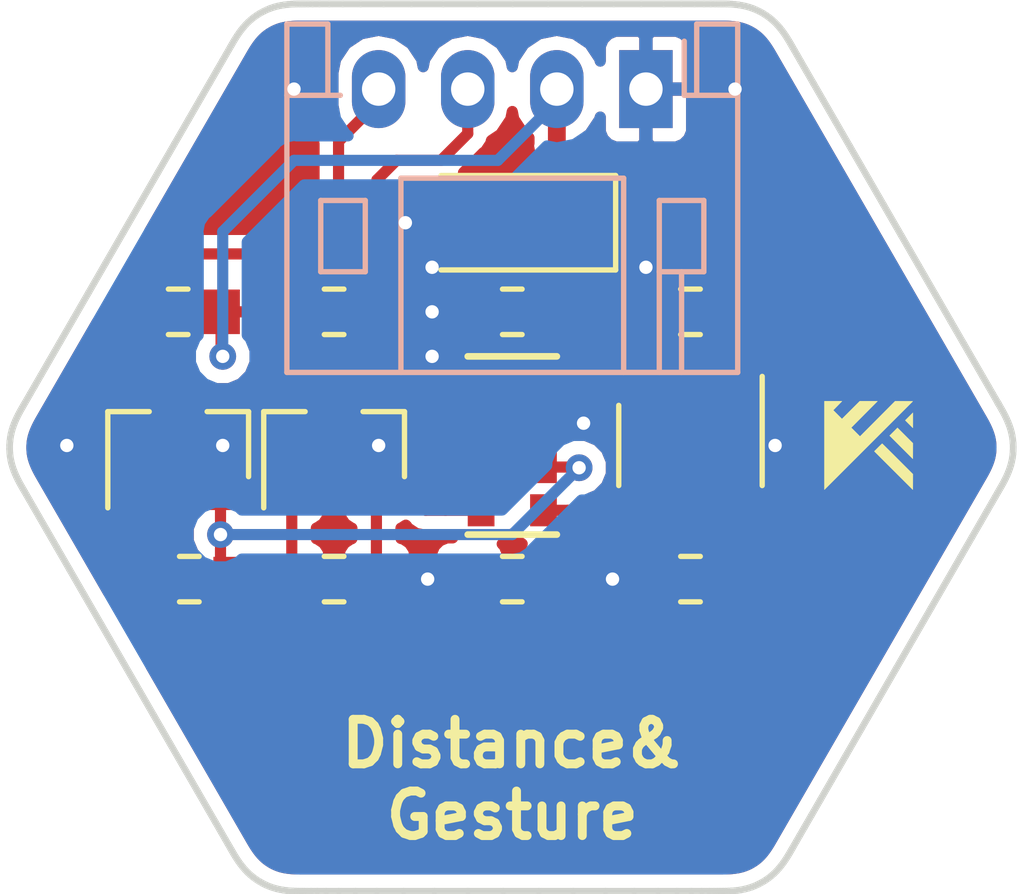
<source format=kicad_pcb>
(kicad_pcb (version 20171130) (host pcbnew 5.0.0-rc2-dev-unknown-1ac905d~64~ubuntu18.04.1)

  (general
    (thickness 1.6)
    (drawings 320)
    (tracks 116)
    (zones 0)
    (modules 15)
    (nets 11)
  )

  (page A4)
  (layers
    (0 F.Cu signal)
    (31 B.Cu signal)
    (32 B.Adhes user)
    (33 F.Adhes user)
    (34 B.Paste user)
    (35 F.Paste user)
    (36 B.SilkS user)
    (37 F.SilkS user)
    (38 B.Mask user)
    (39 F.Mask user)
    (40 Dwgs.User user)
    (41 Cmts.User user)
    (42 Eco1.User user)
    (43 Eco2.User user)
    (44 Edge.Cuts user)
    (45 Margin user)
    (46 B.CrtYd user)
    (47 F.CrtYd user)
    (48 B.Fab user hide)
    (49 F.Fab user hide)
  )

  (setup
    (last_trace_width 0.3)
    (user_trace_width 0.15)
    (user_trace_width 0.2)
    (user_trace_width 0.25)
    (user_trace_width 0.3)
    (user_trace_width 0.35)
    (user_trace_width 0.4)
    (user_trace_width 0.5)
    (trace_clearance 0.2)
    (zone_clearance 0.3)
    (zone_45_only no)
    (trace_min 0.15)
    (segment_width 0.2)
    (edge_width 0.15)
    (via_size 0.6)
    (via_drill 0.3)
    (via_min_size 0.6)
    (via_min_drill 0.3)
    (user_via 0.6 0.3)
    (uvia_size 0.3)
    (uvia_drill 0.1)
    (uvias_allowed no)
    (uvia_min_size 0.2)
    (uvia_min_drill 0.1)
    (pcb_text_width 0.3)
    (pcb_text_size 1.5 1.5)
    (mod_edge_width 0.15)
    (mod_text_size 1 1)
    (mod_text_width 0.15)
    (pad_size 1.5 3)
    (pad_drill 0)
    (pad_to_mask_clearance 0.2)
    (aux_axis_origin 0 0)
    (visible_elements 7FFFFFFF)
    (pcbplotparams
      (layerselection 0x010fc_ffffffff)
      (usegerberextensions false)
      (usegerberattributes false)
      (usegerberadvancedattributes false)
      (creategerberjobfile false)
      (excludeedgelayer true)
      (linewidth 0.100000)
      (plotframeref false)
      (viasonmask false)
      (mode 1)
      (useauxorigin false)
      (hpglpennumber 1)
      (hpglpenspeed 20)
      (hpglpendiameter 15)
      (psnegative false)
      (psa4output false)
      (plotreference true)
      (plotvalue true)
      (plotinvisibletext false)
      (padsonsilk false)
      (subtractmaskfromsilk false)
      (outputformat 1)
      (mirror false)
      (drillshape 1)
      (scaleselection 1)
      (outputdirectory ""))
  )

  (net 0 "")
  (net 1 GND)
  (net 2 VCC)
  (net 3 SDA)
  (net 4 SCL)
  (net 5 SDA_S)
  (net 6 SCL_S)
  (net 7 "Net-(U1-Pad3)")
  (net 8 +3V3)
  (net 9 "Net-(U2-Pad4)")
  (net 10 "Net-(U1-Pad2)")

  (net_class Default "This is the default net class."
    (clearance 0.2)
    (trace_width 0.25)
    (via_dia 0.6)
    (via_drill 0.3)
    (uvia_dia 0.3)
    (uvia_drill 0.1)
    (add_net +3V3)
    (add_net GND)
    (add_net "Net-(U1-Pad2)")
    (add_net "Net-(U1-Pad3)")
    (add_net "Net-(U2-Pad4)")
    (add_net SCL)
    (add_net SCL_S)
    (add_net SDA)
    (add_net SDA_S)
    (add_net VCC)
  )

  (module Capacitor_Tantalum_SMD:CP_EIA-3216-12_Kemet-S (layer F.Cu) (tedit 5AD07145) (tstamp 5AC9C5DC)
    (at 141.5 100 180)
    (descr "Tantalum Capacitor SMD Kemet-S (3216-12 Metric), IPC_7351 nominal, (Body size from: http://www.kemet.com/Lists/ProductCatalog/Attachments/253/KEM_TC101_STD.pdf), generated with kicad-footprint-generator")
    (tags "capacitor tantalum")
    (path /5ACAF6DC)
    (attr smd)
    (fp_text reference C3 (at 0 -1.75 180) (layer F.SilkS) hide
      (effects (font (size 1 1) (thickness 0.15)))
    )
    (fp_text value 22uF (at 0 1.75 180) (layer F.Fab)
      (effects (font (size 1 1) (thickness 0.15)))
    )
    (fp_line (start 1.6 -0.8) (end -1.2 -0.8) (layer F.Fab) (width 0.1))
    (fp_line (start -1.2 -0.8) (end -1.6 -0.4) (layer F.Fab) (width 0.1))
    (fp_line (start -1.6 -0.4) (end -1.6 0.8) (layer F.Fab) (width 0.1))
    (fp_line (start -1.6 0.8) (end 1.6 0.8) (layer F.Fab) (width 0.1))
    (fp_line (start 1.6 0.8) (end 1.6 -0.8) (layer F.Fab) (width 0.1))
    (fp_line (start 1.6 -1.06) (end -2.32 -1.06) (layer F.SilkS) (width 0.12))
    (fp_line (start -2.32 -1.06) (end -2.32 1.06) (layer F.SilkS) (width 0.12))
    (fp_line (start -2.32 1.06) (end 1.6 1.06) (layer F.SilkS) (width 0.12))
    (fp_line (start -2.31 1.05) (end -2.31 -1.05) (layer F.CrtYd) (width 0.05))
    (fp_line (start -2.31 -1.05) (end 2.31 -1.05) (layer F.CrtYd) (width 0.05))
    (fp_line (start 2.31 -1.05) (end 2.31 1.05) (layer F.CrtYd) (width 0.05))
    (fp_line (start 2.31 1.05) (end -2.31 1.05) (layer F.CrtYd) (width 0.05))
    (fp_text user %R (at 0 0 180) (layer F.Fab)
      (effects (font (size 0.8 0.8) (thickness 0.12)))
    )
    (pad 1 smd rect (at -1.38 0 180) (size 1.36 1.4) (layers F.Cu F.Paste F.Mask)
      (net 2 VCC))
    (pad 2 smd rect (at 1.38 0 180) (size 1.36 1.4) (layers F.Cu F.Paste F.Mask)
      (net 1 GND))
    (model ${KISYS3DMOD}/Capacitor_Tantalum_SMD.3dshapes/CP_EIA-3216-12_Kemet-S.wrl
      (at (xyz 0 0 0))
      (scale (xyz 1 1 1))
      (rotate (xyz 0 0 0))
    )
  )

  (module Resistor_SMD:R_0603_1608Metric_Pad0.84x1.00mm_HandSolder (layer F.Cu) (tedit 5ABE51A1) (tstamp 5AE842C4)
    (at 137.5 108 180)
    (descr "Resistor SMD 0603 (1608 Metric), square (rectangular) end terminal, IPC_7351 nominal with elongated pad for handsoldering. (Body size source: http://www.tortai-tech.com/upload/download/2011102023233369053.pdf), generated with kicad-footprint-generator")
    (tags "resistor handsolder")
    (path /5ABEC103)
    (attr smd)
    (fp_text reference R3 (at 0 -1.65 180) (layer F.SilkS) hide
      (effects (font (size 1 1) (thickness 0.15)))
    )
    (fp_text value 10k (at 0 1.65 180) (layer F.Fab)
      (effects (font (size 1 1) (thickness 0.15)))
    )
    (fp_text user %R (at 0 0 180) (layer F.Fab)
      (effects (font (size 0.5 0.5) (thickness 0.08)))
    )
    (fp_line (start 1.64 0.75) (end -1.64 0.75) (layer F.CrtYd) (width 0.05))
    (fp_line (start 1.64 -0.75) (end 1.64 0.75) (layer F.CrtYd) (width 0.05))
    (fp_line (start -1.64 -0.75) (end 1.64 -0.75) (layer F.CrtYd) (width 0.05))
    (fp_line (start -1.64 0.75) (end -1.64 -0.75) (layer F.CrtYd) (width 0.05))
    (fp_line (start -0.22 0.51) (end 0.22 0.51) (layer F.SilkS) (width 0.12))
    (fp_line (start -0.22 -0.51) (end 0.22 -0.51) (layer F.SilkS) (width 0.12))
    (fp_line (start 0.8 0.4) (end -0.8 0.4) (layer F.Fab) (width 0.1))
    (fp_line (start 0.8 -0.4) (end 0.8 0.4) (layer F.Fab) (width 0.1))
    (fp_line (start -0.8 -0.4) (end 0.8 -0.4) (layer F.Fab) (width 0.1))
    (fp_line (start -0.8 0.4) (end -0.8 -0.4) (layer F.Fab) (width 0.1))
    (pad 2 smd rect (at 0.9625 0 180) (size 0.845 1) (layers F.Cu F.Paste F.Mask)
      (net 8 +3V3))
    (pad 1 smd rect (at -0.9625 0 180) (size 0.845 1) (layers F.Cu F.Paste F.Mask)
      (net 5 SDA_S))
    (model ${KISYS3DMOD}/Resistor_SMD.3dshapes/R_0603_1608Metric.wrl
      (at (xyz 0 0 0))
      (scale (xyz 1 1 1))
      (rotate (xyz 0 0 0))
    )
  )

  (module Resistor_SMD:R_0603_1608Metric_Pad0.84x1.00mm_HandSolder (layer F.Cu) (tedit 5ABE519A) (tstamp 5ACECD32)
    (at 134 102)
    (descr "Resistor SMD 0603 (1608 Metric), square (rectangular) end terminal, IPC_7351 nominal with elongated pad for handsoldering. (Body size source: http://www.tortai-tech.com/upload/download/2011102023233369053.pdf), generated with kicad-footprint-generator")
    (tags "resistor handsolder")
    (path /5ABF2EDC)
    (attr smd)
    (fp_text reference R4 (at 0 -1.65) (layer F.SilkS) hide
      (effects (font (size 1 1) (thickness 0.15)))
    )
    (fp_text value 10k (at 0 1.65) (layer F.Fab)
      (effects (font (size 1 1) (thickness 0.15)))
    )
    (fp_line (start -0.8 0.4) (end -0.8 -0.4) (layer F.Fab) (width 0.1))
    (fp_line (start -0.8 -0.4) (end 0.8 -0.4) (layer F.Fab) (width 0.1))
    (fp_line (start 0.8 -0.4) (end 0.8 0.4) (layer F.Fab) (width 0.1))
    (fp_line (start 0.8 0.4) (end -0.8 0.4) (layer F.Fab) (width 0.1))
    (fp_line (start -0.22 -0.51) (end 0.22 -0.51) (layer F.SilkS) (width 0.12))
    (fp_line (start -0.22 0.51) (end 0.22 0.51) (layer F.SilkS) (width 0.12))
    (fp_line (start -1.64 0.75) (end -1.64 -0.75) (layer F.CrtYd) (width 0.05))
    (fp_line (start -1.64 -0.75) (end 1.64 -0.75) (layer F.CrtYd) (width 0.05))
    (fp_line (start 1.64 -0.75) (end 1.64 0.75) (layer F.CrtYd) (width 0.05))
    (fp_line (start 1.64 0.75) (end -1.64 0.75) (layer F.CrtYd) (width 0.05))
    (fp_text user %R (at 0 0) (layer F.Fab)
      (effects (font (size 0.5 0.5) (thickness 0.08)))
    )
    (pad 1 smd rect (at -0.9625 0) (size 0.845 1) (layers F.Cu F.Paste F.Mask)
      (net 4 SCL))
    (pad 2 smd rect (at 0.9625 0) (size 0.845 1) (layers F.Cu F.Paste F.Mask)
      (net 2 VCC))
    (model ${KISYS3DMOD}/Resistor_SMD.3dshapes/R_0603_1608Metric.wrl
      (at (xyz 0 0 0))
      (scale (xyz 1 1 1))
      (rotate (xyz 0 0 0))
    )
  )

  (module Capacitor_SMD:C_0603_1608Metric_Pad0.84x1.00mm_HandSolder (layer F.Cu) (tedit 5ABE5186) (tstamp 5AF33ED9)
    (at 141.5 102 180)
    (descr "Capacitor SMD 0603 (1608 Metric), square (rectangular) end terminal, IPC_7351 nominal with elongated pad for handsoldering. (Body size source: http://www.tortai-tech.com/upload/download/2011102023233369053.pdf), generated with kicad-footprint-generator")
    (tags "capacitor handsolder")
    (path /5ABE6295)
    (attr smd)
    (fp_text reference C1 (at 0 -1.65 180) (layer F.SilkS) hide
      (effects (font (size 1 1) (thickness 0.15)))
    )
    (fp_text value 1uF (at 0 1.65 180) (layer F.Fab)
      (effects (font (size 1 1) (thickness 0.15)))
    )
    (fp_text user %R (at 0 0 180) (layer F.Fab)
      (effects (font (size 0.5 0.5) (thickness 0.08)))
    )
    (fp_line (start 1.64 0.75) (end -1.64 0.75) (layer F.CrtYd) (width 0.05))
    (fp_line (start 1.64 -0.75) (end 1.64 0.75) (layer F.CrtYd) (width 0.05))
    (fp_line (start -1.64 -0.75) (end 1.64 -0.75) (layer F.CrtYd) (width 0.05))
    (fp_line (start -1.64 0.75) (end -1.64 -0.75) (layer F.CrtYd) (width 0.05))
    (fp_line (start -0.22 0.51) (end 0.22 0.51) (layer F.SilkS) (width 0.12))
    (fp_line (start -0.22 -0.51) (end 0.22 -0.51) (layer F.SilkS) (width 0.12))
    (fp_line (start 0.8 0.4) (end -0.8 0.4) (layer F.Fab) (width 0.1))
    (fp_line (start 0.8 -0.4) (end 0.8 0.4) (layer F.Fab) (width 0.1))
    (fp_line (start -0.8 -0.4) (end 0.8 -0.4) (layer F.Fab) (width 0.1))
    (fp_line (start -0.8 0.4) (end -0.8 -0.4) (layer F.Fab) (width 0.1))
    (pad 2 smd rect (at 0.9625 0 180) (size 0.845 1) (layers F.Cu F.Paste F.Mask)
      (net 1 GND))
    (pad 1 smd rect (at -0.9625 0 180) (size 0.845 1) (layers F.Cu F.Paste F.Mask)
      (net 2 VCC))
    (model ${KISYS3DMOD}/Capacitor_SMD.3dshapes/C_0603_1608Metric.wrl
      (at (xyz 0 0 0))
      (scale (xyz 1 1 1))
      (rotate (xyz 0 0 0))
    )
  )

  (module Capacitor_SMD:C_0603_1608Metric_Pad0.84x1.00mm_HandSolder (layer F.Cu) (tedit 5ABE51AE) (tstamp 5AF33FF5)
    (at 141.5 108 180)
    (descr "Capacitor SMD 0603 (1608 Metric), square (rectangular) end terminal, IPC_7351 nominal with elongated pad for handsoldering. (Body size source: http://www.tortai-tech.com/upload/download/2011102023233369053.pdf), generated with kicad-footprint-generator")
    (tags "capacitor handsolder")
    (path /5ABE2574)
    (attr smd)
    (fp_text reference C2 (at 0 -1.65 180) (layer F.SilkS) hide
      (effects (font (size 1 1) (thickness 0.15)))
    )
    (fp_text value 1uF (at 0 1.65 180) (layer F.Fab)
      (effects (font (size 1 1) (thickness 0.15)))
    )
    (fp_line (start -0.8 0.4) (end -0.8 -0.4) (layer F.Fab) (width 0.1))
    (fp_line (start -0.8 -0.4) (end 0.8 -0.4) (layer F.Fab) (width 0.1))
    (fp_line (start 0.8 -0.4) (end 0.8 0.4) (layer F.Fab) (width 0.1))
    (fp_line (start 0.8 0.4) (end -0.8 0.4) (layer F.Fab) (width 0.1))
    (fp_line (start -0.22 -0.51) (end 0.22 -0.51) (layer F.SilkS) (width 0.12))
    (fp_line (start -0.22 0.51) (end 0.22 0.51) (layer F.SilkS) (width 0.12))
    (fp_line (start -1.64 0.75) (end -1.64 -0.75) (layer F.CrtYd) (width 0.05))
    (fp_line (start -1.64 -0.75) (end 1.64 -0.75) (layer F.CrtYd) (width 0.05))
    (fp_line (start 1.64 -0.75) (end 1.64 0.75) (layer F.CrtYd) (width 0.05))
    (fp_line (start 1.64 0.75) (end -1.64 0.75) (layer F.CrtYd) (width 0.05))
    (fp_text user %R (at 0 0 180) (layer F.Fab)
      (effects (font (size 0.5 0.5) (thickness 0.08)))
    )
    (pad 1 smd rect (at -0.9625 0 180) (size 0.845 1) (layers F.Cu F.Paste F.Mask)
      (net 8 +3V3))
    (pad 2 smd rect (at 0.9625 0 180) (size 0.845 1) (layers F.Cu F.Paste F.Mask)
      (net 1 GND))
    (model ${KISYS3DMOD}/Capacitor_SMD.3dshapes/C_0603_1608Metric.wrl
      (at (xyz 0 0 0))
      (scale (xyz 1 1 1))
      (rotate (xyz 0 0 0))
    )
  )

  (module Capacitor_SMD:C_0603_1608Metric_Pad0.84x1.00mm_HandSolder (layer F.Cu) (tedit 5ABE5175) (tstamp 5ACEB47A)
    (at 145.5 102 180)
    (descr "Capacitor SMD 0603 (1608 Metric), square (rectangular) end terminal, IPC_7351 nominal with elongated pad for handsoldering. (Body size source: http://www.tortai-tech.com/upload/download/2011102023233369053.pdf), generated with kicad-footprint-generator")
    (tags "capacitor handsolder")
    (path /5ABFCA41)
    (attr smd)
    (fp_text reference C4 (at 0 -1.65 180) (layer F.SilkS) hide
      (effects (font (size 1 1) (thickness 0.15)))
    )
    (fp_text value 1uF (at 0 1.65 180) (layer F.Fab)
      (effects (font (size 1 1) (thickness 0.15)))
    )
    (fp_line (start -0.8 0.4) (end -0.8 -0.4) (layer F.Fab) (width 0.1))
    (fp_line (start -0.8 -0.4) (end 0.8 -0.4) (layer F.Fab) (width 0.1))
    (fp_line (start 0.8 -0.4) (end 0.8 0.4) (layer F.Fab) (width 0.1))
    (fp_line (start 0.8 0.4) (end -0.8 0.4) (layer F.Fab) (width 0.1))
    (fp_line (start -0.22 -0.51) (end 0.22 -0.51) (layer F.SilkS) (width 0.12))
    (fp_line (start -0.22 0.51) (end 0.22 0.51) (layer F.SilkS) (width 0.12))
    (fp_line (start -1.64 0.75) (end -1.64 -0.75) (layer F.CrtYd) (width 0.05))
    (fp_line (start -1.64 -0.75) (end 1.64 -0.75) (layer F.CrtYd) (width 0.05))
    (fp_line (start 1.64 -0.75) (end 1.64 0.75) (layer F.CrtYd) (width 0.05))
    (fp_line (start 1.64 0.75) (end -1.64 0.75) (layer F.CrtYd) (width 0.05))
    (fp_text user %R (at 0 0 180) (layer F.Fab)
      (effects (font (size 0.5 0.5) (thickness 0.08)))
    )
    (pad 1 smd rect (at -0.9625 0 180) (size 0.845 1) (layers F.Cu F.Paste F.Mask)
      (net 2 VCC))
    (pad 2 smd rect (at 0.9625 0 180) (size 0.845 1) (layers F.Cu F.Paste F.Mask)
      (net 1 GND))
    (model ${KISYS3DMOD}/Capacitor_SMD.3dshapes/C_0603_1608Metric.wrl
      (at (xyz 0 0 0))
      (scale (xyz 1 1 1))
      (rotate (xyz 0 0 0))
    )
  )

  (module Capacitor_SMD:C_0603_1608Metric_Pad0.84x1.00mm_HandSolder (layer F.Cu) (tedit 5AC9E01F) (tstamp 5AE84232)
    (at 145.5 108 180)
    (descr "Capacitor SMD 0603 (1608 Metric), square (rectangular) end terminal, IPC_7351 nominal with elongated pad for handsoldering. (Body size source: http://www.tortai-tech.com/upload/download/2011102023233369053.pdf), generated with kicad-footprint-generator")
    (tags "capacitor handsolder")
    (path /5AC0177F)
    (attr smd)
    (fp_text reference C5 (at 0 -1.65 180) (layer F.SilkS) hide
      (effects (font (size 1 1) (thickness 0.15)))
    )
    (fp_text value 1uF (at 0 1.65 180) (layer F.Fab)
      (effects (font (size 1 1) (thickness 0.15)))
    )
    (fp_text user %R (at 0 0 180) (layer F.Fab)
      (effects (font (size 0.5 0.5) (thickness 0.08)))
    )
    (fp_line (start 1.64 0.75) (end -1.64 0.75) (layer F.CrtYd) (width 0.05))
    (fp_line (start 1.64 -0.75) (end 1.64 0.75) (layer F.CrtYd) (width 0.05))
    (fp_line (start -1.64 -0.75) (end 1.64 -0.75) (layer F.CrtYd) (width 0.05))
    (fp_line (start -1.64 0.75) (end -1.64 -0.75) (layer F.CrtYd) (width 0.05))
    (fp_line (start -0.22 0.51) (end 0.22 0.51) (layer F.SilkS) (width 0.12))
    (fp_line (start -0.22 -0.51) (end 0.22 -0.51) (layer F.SilkS) (width 0.12))
    (fp_line (start 0.8 0.4) (end -0.8 0.4) (layer F.Fab) (width 0.1))
    (fp_line (start 0.8 -0.4) (end 0.8 0.4) (layer F.Fab) (width 0.1))
    (fp_line (start -0.8 -0.4) (end 0.8 -0.4) (layer F.Fab) (width 0.1))
    (fp_line (start -0.8 0.4) (end -0.8 -0.4) (layer F.Fab) (width 0.1))
    (pad 2 smd rect (at 0.9625 0 180) (size 0.845 1) (layers F.Cu F.Paste F.Mask)
      (net 1 GND))
    (pad 1 smd rect (at -0.9625 0 180) (size 0.845 1) (layers F.Cu F.Paste F.Mask)
      (net 8 +3V3))
    (model ${KISYS3DMOD}/Capacitor_SMD.3dshapes/C_0603_1608Metric.wrl
      (at (xyz 0 0 0))
      (scale (xyz 1 1 1))
      (rotate (xyz 0 0 0))
    )
  )

  (module Package_TO_SOT_SMD:SOT-23 (layer F.Cu) (tedit 5ABE519D) (tstamp 5ACECE0A)
    (at 137.5 105 90)
    (descr "SOT-23, Standard")
    (tags SOT-23)
    (path /5ABEAC8D)
    (attr smd)
    (fp_text reference Q1 (at 0 -2.5 90) (layer F.SilkS) hide
      (effects (font (size 1 1) (thickness 0.15)))
    )
    (fp_text value BSS138 (at 0 2.5 90) (layer F.Fab)
      (effects (font (size 1 1) (thickness 0.15)))
    )
    (fp_text user %R (at 0 0 -180) (layer F.Fab)
      (effects (font (size 0.5 0.5) (thickness 0.075)))
    )
    (fp_line (start -0.7 -0.95) (end -0.7 1.5) (layer F.Fab) (width 0.1))
    (fp_line (start -0.15 -1.52) (end 0.7 -1.52) (layer F.Fab) (width 0.1))
    (fp_line (start -0.7 -0.95) (end -0.15 -1.52) (layer F.Fab) (width 0.1))
    (fp_line (start 0.7 -1.52) (end 0.7 1.52) (layer F.Fab) (width 0.1))
    (fp_line (start -0.7 1.52) (end 0.7 1.52) (layer F.Fab) (width 0.1))
    (fp_line (start 0.76 1.58) (end 0.76 0.65) (layer F.SilkS) (width 0.12))
    (fp_line (start 0.76 -1.58) (end 0.76 -0.65) (layer F.SilkS) (width 0.12))
    (fp_line (start -1.7 -1.75) (end 1.7 -1.75) (layer F.CrtYd) (width 0.05))
    (fp_line (start 1.7 -1.75) (end 1.7 1.75) (layer F.CrtYd) (width 0.05))
    (fp_line (start 1.7 1.75) (end -1.7 1.75) (layer F.CrtYd) (width 0.05))
    (fp_line (start -1.7 1.75) (end -1.7 -1.75) (layer F.CrtYd) (width 0.05))
    (fp_line (start 0.76 -1.58) (end -1.4 -1.58) (layer F.SilkS) (width 0.12))
    (fp_line (start 0.76 1.58) (end -0.7 1.58) (layer F.SilkS) (width 0.12))
    (pad 1 smd rect (at -1 -0.95 90) (size 0.9 0.8) (layers F.Cu F.Paste F.Mask)
      (net 8 +3V3))
    (pad 2 smd rect (at -1 0.95 90) (size 0.9 0.8) (layers F.Cu F.Paste F.Mask)
      (net 5 SDA_S))
    (pad 3 smd rect (at 1 0 90) (size 0.9 0.8) (layers F.Cu F.Paste F.Mask)
      (net 3 SDA))
    (model ${KISYS3DMOD}/Package_TO_SOT_SMD.3dshapes/SOT-23.wrl
      (at (xyz 0 0 0))
      (scale (xyz 1 1 1))
      (rotate (xyz 0 0 0))
    )
  )

  (module Package_TO_SOT_SMD:SOT-23 (layer F.Cu) (tedit 5ABE518E) (tstamp 5ACEC36E)
    (at 134 105 90)
    (descr "SOT-23, Standard")
    (tags SOT-23)
    (path /5ABEAF9B)
    (attr smd)
    (fp_text reference Q2 (at 0 -2.5 90) (layer F.SilkS) hide
      (effects (font (size 1 1) (thickness 0.15)))
    )
    (fp_text value BSS138 (at 0 2.5 90) (layer F.Fab)
      (effects (font (size 1 1) (thickness 0.15)))
    )
    (fp_line (start 0.76 1.58) (end -0.7 1.58) (layer F.SilkS) (width 0.12))
    (fp_line (start 0.76 -1.58) (end -1.4 -1.58) (layer F.SilkS) (width 0.12))
    (fp_line (start -1.7 1.75) (end -1.7 -1.75) (layer F.CrtYd) (width 0.05))
    (fp_line (start 1.7 1.75) (end -1.7 1.75) (layer F.CrtYd) (width 0.05))
    (fp_line (start 1.7 -1.75) (end 1.7 1.75) (layer F.CrtYd) (width 0.05))
    (fp_line (start -1.7 -1.75) (end 1.7 -1.75) (layer F.CrtYd) (width 0.05))
    (fp_line (start 0.76 -1.58) (end 0.76 -0.65) (layer F.SilkS) (width 0.12))
    (fp_line (start 0.76 1.58) (end 0.76 0.65) (layer F.SilkS) (width 0.12))
    (fp_line (start -0.7 1.52) (end 0.7 1.52) (layer F.Fab) (width 0.1))
    (fp_line (start 0.7 -1.52) (end 0.7 1.52) (layer F.Fab) (width 0.1))
    (fp_line (start -0.7 -0.95) (end -0.15 -1.52) (layer F.Fab) (width 0.1))
    (fp_line (start -0.15 -1.52) (end 0.7 -1.52) (layer F.Fab) (width 0.1))
    (fp_line (start -0.7 -0.95) (end -0.7 1.5) (layer F.Fab) (width 0.1))
    (fp_text user %R (at 0 0 -180) (layer F.Fab)
      (effects (font (size 0.5 0.5) (thickness 0.075)))
    )
    (pad 3 smd rect (at 1 0 90) (size 0.9 0.8) (layers F.Cu F.Paste F.Mask)
      (net 4 SCL))
    (pad 2 smd rect (at -1 0.95 90) (size 0.9 0.8) (layers F.Cu F.Paste F.Mask)
      (net 6 SCL_S))
    (pad 1 smd rect (at -1 -0.95 90) (size 0.9 0.8) (layers F.Cu F.Paste F.Mask)
      (net 8 +3V3))
    (model ${KISYS3DMOD}/Package_TO_SOT_SMD.3dshapes/SOT-23.wrl
      (at (xyz 0 0 0))
      (scale (xyz 1 1 1))
      (rotate (xyz 0 0 0))
    )
  )

  (module Resistor_SMD:R_0603_1608Metric_Pad0.84x1.00mm_HandSolder (layer F.Cu) (tedit 5ABE516C) (tstamp 5AE8524E)
    (at 137.5 102 180)
    (descr "Resistor SMD 0603 (1608 Metric), square (rectangular) end terminal, IPC_7351 nominal with elongated pad for handsoldering. (Body size source: http://www.tortai-tech.com/upload/download/2011102023233369053.pdf), generated with kicad-footprint-generator")
    (tags "resistor handsolder")
    (path /5ABF1B9E)
    (attr smd)
    (fp_text reference R2 (at 0 -1.65 180) (layer F.SilkS) hide
      (effects (font (size 1 1) (thickness 0.15)))
    )
    (fp_text value 10k (at 0 1.65 180) (layer F.Fab)
      (effects (font (size 1 1) (thickness 0.15)))
    )
    (fp_text user %R (at 0 0 180) (layer F.Fab)
      (effects (font (size 0.5 0.5) (thickness 0.08)))
    )
    (fp_line (start 1.64 0.75) (end -1.64 0.75) (layer F.CrtYd) (width 0.05))
    (fp_line (start 1.64 -0.75) (end 1.64 0.75) (layer F.CrtYd) (width 0.05))
    (fp_line (start -1.64 -0.75) (end 1.64 -0.75) (layer F.CrtYd) (width 0.05))
    (fp_line (start -1.64 0.75) (end -1.64 -0.75) (layer F.CrtYd) (width 0.05))
    (fp_line (start -0.22 0.51) (end 0.22 0.51) (layer F.SilkS) (width 0.12))
    (fp_line (start -0.22 -0.51) (end 0.22 -0.51) (layer F.SilkS) (width 0.12))
    (fp_line (start 0.8 0.4) (end -0.8 0.4) (layer F.Fab) (width 0.1))
    (fp_line (start 0.8 -0.4) (end 0.8 0.4) (layer F.Fab) (width 0.1))
    (fp_line (start -0.8 -0.4) (end 0.8 -0.4) (layer F.Fab) (width 0.1))
    (fp_line (start -0.8 0.4) (end -0.8 -0.4) (layer F.Fab) (width 0.1))
    (pad 2 smd rect (at 0.9625 0 180) (size 0.845 1) (layers F.Cu F.Paste F.Mask)
      (net 2 VCC))
    (pad 1 smd rect (at -0.9625 0 180) (size 0.845 1) (layers F.Cu F.Paste F.Mask)
      (net 3 SDA))
    (model ${KISYS3DMOD}/Resistor_SMD.3dshapes/R_0603_1608Metric.wrl
      (at (xyz 0 0 0))
      (scale (xyz 1 1 1))
      (rotate (xyz 0 0 0))
    )
  )

  (module Resistor_SMD:R_0603_1608Metric_Pad0.84x1.00mm_HandSolder (layer F.Cu) (tedit 5ABE51B2) (tstamp 5ACEDE3D)
    (at 134.25 108 180)
    (descr "Resistor SMD 0603 (1608 Metric), square (rectangular) end terminal, IPC_7351 nominal with elongated pad for handsoldering. (Body size source: http://www.tortai-tech.com/upload/download/2011102023233369053.pdf), generated with kicad-footprint-generator")
    (tags "resistor handsolder")
    (path /5ABED6AE)
    (attr smd)
    (fp_text reference R5 (at 0 -1.65 180) (layer F.SilkS) hide
      (effects (font (size 1 1) (thickness 0.15)))
    )
    (fp_text value 10k (at 0 1.65 180) (layer F.Fab)
      (effects (font (size 1 1) (thickness 0.15)))
    )
    (fp_line (start -0.8 0.4) (end -0.8 -0.4) (layer F.Fab) (width 0.1))
    (fp_line (start -0.8 -0.4) (end 0.8 -0.4) (layer F.Fab) (width 0.1))
    (fp_line (start 0.8 -0.4) (end 0.8 0.4) (layer F.Fab) (width 0.1))
    (fp_line (start 0.8 0.4) (end -0.8 0.4) (layer F.Fab) (width 0.1))
    (fp_line (start -0.22 -0.51) (end 0.22 -0.51) (layer F.SilkS) (width 0.12))
    (fp_line (start -0.22 0.51) (end 0.22 0.51) (layer F.SilkS) (width 0.12))
    (fp_line (start -1.64 0.75) (end -1.64 -0.75) (layer F.CrtYd) (width 0.05))
    (fp_line (start -1.64 -0.75) (end 1.64 -0.75) (layer F.CrtYd) (width 0.05))
    (fp_line (start 1.64 -0.75) (end 1.64 0.75) (layer F.CrtYd) (width 0.05))
    (fp_line (start 1.64 0.75) (end -1.64 0.75) (layer F.CrtYd) (width 0.05))
    (fp_text user %R (at 0 0 180) (layer F.Fab)
      (effects (font (size 0.5 0.5) (thickness 0.08)))
    )
    (pad 1 smd rect (at -0.9625 0 180) (size 0.845 1) (layers F.Cu F.Paste F.Mask)
      (net 6 SCL_S))
    (pad 2 smd rect (at 0.9625 0 180) (size 0.845 1) (layers F.Cu F.Paste F.Mask)
      (net 8 +3V3))
    (model ${KISYS3DMOD}/Resistor_SMD.3dshapes/R_0603_1608Metric.wrl
      (at (xyz 0 0 0))
      (scale (xyz 1 1 1))
      (rotate (xyz 0 0 0))
    )
  )

  (module GiraffeTech-Avago:APDS-9130 (layer F.Cu) (tedit 5ABE5188) (tstamp 5AF32F36)
    (at 141.5 105 180)
    (path /5ABDFF85)
    (solder_mask_margin 0.1)
    (fp_text reference U1 (at 0 3 180) (layer F.SilkS) hide
      (effects (font (size 1 1) (thickness 0.15)))
    )
    (fp_text value APDS-9960 (at 0 -3 180) (layer F.Fab)
      (effects (font (size 1 1) (thickness 0.15)))
    )
    (fp_line (start -1 2) (end 1 2) (layer F.SilkS) (width 0.15))
    (fp_line (start -1 -2) (end 1 -2) (layer F.SilkS) (width 0.15))
    (pad 2 smd rect (at 0.7 -0.485 180) (size 0.6 0.72) (layers F.Cu F.Paste F.Mask)
      (net 10 "Net-(U1-Pad2)"))
    (pad 1 smd rect (at 0.7 -1.455 180) (size 0.6 0.72) (layers F.Cu F.Paste F.Mask)
      (net 5 SDA_S))
    (pad 3 smd rect (at 0.7 0.485 180) (size 0.6 0.72) (layers F.Cu F.Paste F.Mask)
      (net 7 "Net-(U1-Pad3)"))
    (pad 4 smd rect (at 0.7 1.455 180) (size 0.6 0.72) (layers F.Cu F.Paste F.Mask)
      (net 7 "Net-(U1-Pad3)"))
    (pad 7 smd rect (at -0.7 -0.485 180) (size 0.6 0.72) (layers F.Cu F.Paste F.Mask)
      (net 6 SCL_S))
    (pad 6 smd rect (at -0.7 0.485 180) (size 0.6 0.72) (layers F.Cu F.Paste F.Mask)
      (net 1 GND))
    (pad 8 smd rect (at -0.7 -1.455 180) (size 0.6 0.72) (layers F.Cu F.Paste F.Mask)
      (net 8 +3V3))
    (pad 5 smd rect (at -0.7 1.455 180) (size 0.6 0.72) (layers F.Cu F.Paste F.Mask)
      (net 2 VCC))
  )

  (module Package_TO_SOT_SMD:SOT-23-5 (layer F.Cu) (tedit 5ABE5182) (tstamp 5ACEBD60)
    (at 145.5 105 270)
    (descr "5-pin SOT23 package")
    (tags SOT-23-5)
    (path /5ABFA087)
    (attr smd)
    (fp_text reference U2 (at 0 -2.9 270) (layer F.SilkS) hide
      (effects (font (size 1 1) (thickness 0.15)))
    )
    (fp_text value AP2127K-3.3 (at 0 2.9 270) (layer F.Fab)
      (effects (font (size 1 1) (thickness 0.15)))
    )
    (fp_text user %R (at 0 0) (layer F.Fab)
      (effects (font (size 0.5 0.5) (thickness 0.075)))
    )
    (fp_line (start -0.9 1.61) (end 0.9 1.61) (layer F.SilkS) (width 0.12))
    (fp_line (start 0.9 -1.61) (end -1.55 -1.61) (layer F.SilkS) (width 0.12))
    (fp_line (start -1.9 -1.8) (end 1.9 -1.8) (layer F.CrtYd) (width 0.05))
    (fp_line (start 1.9 -1.8) (end 1.9 1.8) (layer F.CrtYd) (width 0.05))
    (fp_line (start 1.9 1.8) (end -1.9 1.8) (layer F.CrtYd) (width 0.05))
    (fp_line (start -1.9 1.8) (end -1.9 -1.8) (layer F.CrtYd) (width 0.05))
    (fp_line (start -0.9 -0.9) (end -0.25 -1.55) (layer F.Fab) (width 0.1))
    (fp_line (start 0.9 -1.55) (end -0.25 -1.55) (layer F.Fab) (width 0.1))
    (fp_line (start -0.9 -0.9) (end -0.9 1.55) (layer F.Fab) (width 0.1))
    (fp_line (start 0.9 1.55) (end -0.9 1.55) (layer F.Fab) (width 0.1))
    (fp_line (start 0.9 -1.55) (end 0.9 1.55) (layer F.Fab) (width 0.1))
    (pad 1 smd rect (at -1.1 -0.95 270) (size 1.06 0.65) (layers F.Cu F.Paste F.Mask)
      (net 2 VCC))
    (pad 2 smd rect (at -1.1 0 270) (size 1.06 0.65) (layers F.Cu F.Paste F.Mask)
      (net 1 GND))
    (pad 3 smd rect (at -1.1 0.95 270) (size 1.06 0.65) (layers F.Cu F.Paste F.Mask)
      (net 2 VCC))
    (pad 4 smd rect (at 1.1 0.95 270) (size 1.06 0.65) (layers F.Cu F.Paste F.Mask)
      (net 9 "Net-(U2-Pad4)"))
    (pad 5 smd rect (at 1.1 -0.95 270) (size 1.06 0.65) (layers F.Cu F.Paste F.Mask)
      (net 8 +3V3))
    (model ${KISYS3DMOD}/Package_TO_SOT_SMD.3dshapes/SOT-23-5.wrl
      (at (xyz 0 0 0))
      (scale (xyz 1 1 1))
      (rotate (xyz 0 0 0))
    )
  )

  (module Connector_JST:JST_PH_S4B-PH-K_1x04_P2.00mm_Horizontal (layer B.Cu) (tedit 5AC1641B) (tstamp 5ACEAF9E)
    (at 144.5 97 180)
    (descr "JST PH series connector, S4B-PH-K (http://www.jst-mfg.com/product/pdf/eng/ePH.pdf), generated with kicad-footprint-generator")
    (tags "connector JST PH top entry")
    (path /5ABE0088)
    (fp_text reference J1 (at 3 2.55 180) (layer B.SilkS) hide
      (effects (font (size 1 1) (thickness 0.15)) (justify mirror))
    )
    (fp_text value Connector (at 3 -7.45 180) (layer B.Fab)
      (effects (font (size 1 1) (thickness 0.15)) (justify mirror))
    )
    (fp_line (start -0.86 -0.14) (end -1.14 -0.14) (layer B.SilkS) (width 0.12))
    (fp_line (start -1.14 -0.14) (end -1.14 1.46) (layer B.SilkS) (width 0.12))
    (fp_line (start -1.14 1.46) (end -2.06 1.46) (layer B.SilkS) (width 0.12))
    (fp_line (start -2.06 1.46) (end -2.06 -6.36) (layer B.SilkS) (width 0.12))
    (fp_line (start -2.06 -6.36) (end 8.06 -6.36) (layer B.SilkS) (width 0.12))
    (fp_line (start 8.06 -6.36) (end 8.06 1.46) (layer B.SilkS) (width 0.12))
    (fp_line (start 8.06 1.46) (end 7.14 1.46) (layer B.SilkS) (width 0.12))
    (fp_line (start 7.14 1.46) (end 7.14 -0.14) (layer B.SilkS) (width 0.12))
    (fp_line (start 7.14 -0.14) (end 6.86 -0.14) (layer B.SilkS) (width 0.12))
    (fp_line (start 0.5 -6.36) (end 0.5 -2) (layer B.SilkS) (width 0.12))
    (fp_line (start 0.5 -2) (end 5.5 -2) (layer B.SilkS) (width 0.12))
    (fp_line (start 5.5 -2) (end 5.5 -6.36) (layer B.SilkS) (width 0.12))
    (fp_line (start -2.06 -0.14) (end -1.14 -0.14) (layer B.SilkS) (width 0.12))
    (fp_line (start 8.06 -0.14) (end 7.14 -0.14) (layer B.SilkS) (width 0.12))
    (fp_line (start -1.3 -2.5) (end -1.3 -4.1) (layer B.SilkS) (width 0.12))
    (fp_line (start -1.3 -4.1) (end -0.3 -4.1) (layer B.SilkS) (width 0.12))
    (fp_line (start -0.3 -4.1) (end -0.3 -2.5) (layer B.SilkS) (width 0.12))
    (fp_line (start -0.3 -2.5) (end -1.3 -2.5) (layer B.SilkS) (width 0.12))
    (fp_line (start 7.3 -2.5) (end 7.3 -4.1) (layer B.SilkS) (width 0.12))
    (fp_line (start 7.3 -4.1) (end 6.3 -4.1) (layer B.SilkS) (width 0.12))
    (fp_line (start 6.3 -4.1) (end 6.3 -2.5) (layer B.SilkS) (width 0.12))
    (fp_line (start 6.3 -2.5) (end 7.3 -2.5) (layer B.SilkS) (width 0.12))
    (fp_line (start -0.3 -4.1) (end -0.3 -6.36) (layer B.SilkS) (width 0.12))
    (fp_line (start -0.8 -4.1) (end -0.8 -6.36) (layer B.SilkS) (width 0.12))
    (fp_line (start -2.45 1.85) (end -2.45 -6.75) (layer B.CrtYd) (width 0.05))
    (fp_line (start -2.45 -6.75) (end 8.45 -6.75) (layer B.CrtYd) (width 0.05))
    (fp_line (start 8.45 -6.75) (end 8.45 1.85) (layer B.CrtYd) (width 0.05))
    (fp_line (start 8.45 1.85) (end -2.45 1.85) (layer B.CrtYd) (width 0.05))
    (fp_line (start -1.25 -0.25) (end -1.25 1.35) (layer B.Fab) (width 0.1))
    (fp_line (start -1.25 1.35) (end -1.95 1.35) (layer B.Fab) (width 0.1))
    (fp_line (start -1.95 1.35) (end -1.95 -6.25) (layer B.Fab) (width 0.1))
    (fp_line (start -1.95 -6.25) (end 7.95 -6.25) (layer B.Fab) (width 0.1))
    (fp_line (start 7.95 -6.25) (end 7.95 1.35) (layer B.Fab) (width 0.1))
    (fp_line (start 7.95 1.35) (end 7.25 1.35) (layer B.Fab) (width 0.1))
    (fp_line (start 7.25 1.35) (end 7.25 -0.25) (layer B.Fab) (width 0.1))
    (fp_line (start 7.25 -0.25) (end -1.25 -0.25) (layer B.Fab) (width 0.1))
    (fp_line (start -0.86 -0.14) (end -0.86 1.075) (layer B.SilkS) (width 0.12))
    (fp_line (start 0 -0.875) (end -0.5 -1.375) (layer B.Fab) (width 0.1))
    (fp_line (start -0.5 -1.375) (end 0.5 -1.375) (layer B.Fab) (width 0.1))
    (fp_line (start 0.5 -1.375) (end 0 -0.875) (layer B.Fab) (width 0.1))
    (fp_text user %R (at 3 -2.5 180) (layer B.Fab)
      (effects (font (size 1 1) (thickness 0.15)) (justify mirror))
    )
    (pad 1 thru_hole rect (at 0 0 180) (size 1.2 1.75) (drill 0.75) (layers *.Cu *.Mask)
      (net 1 GND))
    (pad 2 thru_hole oval (at 2 0 180) (size 1.2 1.75) (drill 0.75) (layers *.Cu *.Mask)
      (net 2 VCC))
    (pad 3 thru_hole oval (at 4 0 180) (size 1.2 1.75) (drill 0.75) (layers *.Cu *.Mask)
      (net 3 SDA))
    (pad 4 thru_hole oval (at 6 0 180) (size 1.2 1.75) (drill 0.75) (layers *.Cu *.Mask)
      (net 4 SCL))
    (model ${KISYS3DMOD}/Connector_JST.3dshapes/JST_PH_S4B-PH-K_1x04_P2.00mm_Horizontal.wrl
      (at (xyz 0 0 0))
      (scale (xyz 1 1 1))
      (rotate (xyz 0 0 0))
    )
  )

  (module GiraffeTech-Utility:MakerPlayground_logo_2x2mm (layer F.Cu) (tedit 0) (tstamp 5AD0D392)
    (at 149.5 105)
    (fp_text reference G*** (at 0 0) (layer F.SilkS) hide
      (effects (font (size 1.524 1.524) (thickness 0.3)))
    )
    (fp_text value LOGO (at 0.75 0) (layer F.SilkS) hide
      (effects (font (size 1.524 1.524) (thickness 0.3)))
    )
    (fp_poly (pts (xy 0.992188 -0.564543) (xy 0.992164 -0.528929) (xy 0.992097 -0.495895) (xy 0.991991 -0.466261)
      (xy 0.991852 -0.440843) (xy 0.991684 -0.420459) (xy 0.991492 -0.405926) (xy 0.991282 -0.398062)
      (xy 0.99116 -0.396875) (xy 0.988207 -0.399571) (xy 0.980351 -0.407199) (xy 0.968291 -0.419067)
      (xy 0.952725 -0.434484) (xy 0.934354 -0.452758) (xy 0.913876 -0.4732) (xy 0.906847 -0.480231)
      (xy 0.823563 -0.563586) (xy 0.907875 -0.647899) (xy 0.992188 -0.732211) (xy 0.992188 -0.564543)) (layer F.SilkS) (width 0.01))
    (fp_poly (pts (xy 0.992272 -0.049513) (xy 0.991238 0.124084) (xy 0.990203 0.297682) (xy 0.731231 0.038685)
      (xy 0.472259 -0.220311) (xy 0.559597 -0.307581) (xy 0.646934 -0.394851) (xy 0.992272 -0.049513)) (layer F.SilkS) (width 0.01))
    (fp_poly (pts (xy 0.306845 -0.036934) (xy 0.315366 -0.028902) (xy 0.328804 -0.015931) (xy 0.346812 0.001638)
      (xy 0.369045 0.023463) (xy 0.39516 0.049204) (xy 0.424812 0.078521) (xy 0.457655 0.111071)
      (xy 0.493344 0.146515) (xy 0.531535 0.184511) (xy 0.571883 0.224719) (xy 0.614044 0.266798)
      (xy 0.649934 0.302669) (xy 0.992273 0.645025) (xy 0.990203 0.990203) (xy 0.559594 0.560703)
      (xy 0.128984 0.131202) (xy 0.214278 0.045757) (xy 0.235683 0.024442) (xy 0.255382 0.005068)
      (xy 0.272657 -0.011676) (xy 0.28679 -0.025103) (xy 0.297063 -0.034528) (xy 0.302757 -0.039261)
      (xy 0.303583 -0.039687) (xy 0.306845 -0.036934)) (layer F.SilkS) (width 0.01))
    (fp_poly (pts (xy 0.790777 -0.991434) (xy 0.988227 -0.990203) (xy -0.992187 0.990197) (xy -0.992187 -0.992187)
      (xy -0.601395 -0.992187) (xy -0.646963 -0.945555) (xy -0.665935 -0.926151) (xy -0.688266 -0.903332)
      (xy -0.711752 -0.879346) (xy -0.734194 -0.856442) (xy -0.745114 -0.845303) (xy -0.797697 -0.791685)
      (xy -0.698482 -0.692529) (xy -0.599266 -0.593373) (xy -0.399829 -0.79278) (xy -0.200393 -0.992187)
      (xy 0.195473 -0.992187) (xy -0.099139 -0.695955) (xy -0.39375 -0.399723) (xy -0.194618 -0.200591)
      (xy 0.199355 -0.596628) (xy 0.593328 -0.992663) (xy 0.790777 -0.991434)) (layer F.SilkS) (width 0.01))
  )

  (gr_line (start 152.403273 104.047623) (end 152.403035 104.04721) (layer Edge.Cuts) (width 0.15))
  (gr_line (start 152.403035 104.04721) (end 152.402743 104.046704) (layer Edge.Cuts) (width 0.15))
  (gr_line (start 152.402743 104.046704) (end 152.397934 104.038374) (layer Edge.Cuts) (width 0.15))
  (gr_line (start 152.190716 103.67946) (end 152.056064 103.446234) (layer Edge.Cuts) (width 0.15))
  (gr_line (start 152.285058 103.842867) (end 152.190716 103.67946) (layer Edge.Cuts) (width 0.15))
  (gr_line (start 152.40428 104.049366) (end 152.403273 104.047623) (layer Edge.Cuts) (width 0.15))
  (gr_line (start 152.346262 103.948875) (end 152.285058 103.842867) (layer Edge.Cuts) (width 0.15))
  (gr_line (start 152.397934 104.038374) (end 152.381497 104.009905) (layer Edge.Cuts) (width 0.15))
  (gr_line (start 151.873932 103.130771) (end 151.637149 102.720649) (layer Edge.Cuts) (width 0.15))
  (gr_line (start 152.381497 104.009905) (end 152.346262 103.948875) (layer Edge.Cuts) (width 0.15))
  (gr_line (start 152.056064 103.446234) (end 151.873932 103.130771) (layer Edge.Cuts) (width 0.15))
  (gr_line (start 142.869189 115.00648) (end 143.593574 115.00648) (layer Edge.Cuts) (width 0.15))
  (gr_line (start 136.893746 115.00648) (end 136.98431 115.00648) (layer Edge.Cuts) (width 0.15))
  (gr_line (start 142.094029 115.00648) (end 142.869189 115.00648) (layer Edge.Cuts) (width 0.15))
  (gr_line (start 141.296777 115.00648) (end 142.094029 115.00648) (layer Edge.Cuts) (width 0.15))
  (gr_line (start 140.506114 115.00648) (end 141.296777 115.00648) (layer Edge.Cuts) (width 0.15))
  (gr_line (start 136.647865 115.005279) (end 136.704593 115.006264) (layer Edge.Cuts) (width 0.15))
  (gr_line (start 136.793643 115.00648) (end 136.835343 115.00648) (layer Edge.Cuts) (width 0.15))
  (gr_line (start 136.44134 114.991744) (end 136.515039 114.998613) (layer Edge.Cuts) (width 0.15))
  (gr_line (start 136.515039 114.998613) (end 136.584281 115.002927) (layer Edge.Cuts) (width 0.15))
  (gr_line (start 138.460477 115.00648) (end 139.059282 115.00648) (layer Edge.Cuts) (width 0.15))
  (gr_line (start 139.750722 115.00648) (end 140.506114 115.00648) (layer Edge.Cuts) (width 0.15))
  (gr_line (start 136.364383 114.981724) (end 136.44134 114.991744) (layer Edge.Cuts) (width 0.15))
  (gr_line (start 139.059282 115.00648) (end 139.750722 115.00648) (layer Edge.Cuts) (width 0.15))
  (gr_line (start 136.704593 115.006264) (end 136.753264 115.006478) (layer Edge.Cuts) (width 0.15))
  (gr_line (start 136.835343 115.00648) (end 136.893746 115.00648) (layer Edge.Cuts) (width 0.15))
  (gr_line (start 137.97728 115.00648) (end 138.460477 115.00648) (layer Edge.Cuts) (width 0.15))
  (gr_line (start 137.603518 115.00648) (end 137.97728 115.00648) (layer Edge.Cuts) (width 0.15))
  (gr_line (start 137.32374 115.00648) (end 137.603518 115.00648) (layer Edge.Cuts) (width 0.15))
  (gr_line (start 136.98431 115.00648) (end 137.122489 115.00648) (layer Edge.Cuts) (width 0.15))
  (gr_line (start 137.122489 115.00648) (end 137.32374 115.00648) (layer Edge.Cuts) (width 0.15))
  (gr_line (start 136.285368 114.967957) (end 136.364383 114.981724) (layer Edge.Cuts) (width 0.15))
  (gr_line (start 136.205495 114.949851) (end 136.285368 114.967957) (layer Edge.Cuts) (width 0.15))
  (gr_line (start 136.753264 115.006478) (end 136.793643 115.00648) (layer Edge.Cuts) (width 0.15))
  (gr_line (start 136.584281 115.002927) (end 136.647865 115.005279) (layer Edge.Cuts) (width 0.15))
  (gr_line (start 144.238502 115.00648) (end 144.776006 115.00648) (layer Edge.Cuts) (width 0.15))
  (gr_line (start 143.593574 115.00648) (end 144.238502 115.00648) (layer Edge.Cuts) (width 0.15))
  (gr_line (start 130.242563 105.327878) (end 130.261139 105.408777) (layer Edge.Cuts) (width 0.15))
  (gr_line (start 130.410411 104.309479) (end 130.379525 104.371599) (layer Edge.Cuts) (width 0.15))
  (gr_line (start 130.777068 103.66732) (end 130.676442 103.841608) (layer Edge.Cuts) (width 0.15))
  (gr_line (start 132.763591 100.226556) (end 132.368259 100.911293) (layer Edge.Cuts) (width 0.15))
  (gr_line (start 130.291235 104.585823) (end 130.266979 104.664047) (layer Edge.Cuts) (width 0.15))
  (gr_line (start 130.440168 104.25324) (end 130.410411 104.309479) (layer Edge.Cuts) (width 0.15))
  (gr_line (start 130.607352 103.961275) (end 130.56207 104.039705) (layer Edge.Cuts) (width 0.15))
  (gr_line (start 133.549799 98.864803) (end 133.162218 99.536113) (layer Edge.Cuts) (width 0.15))
  (gr_line (start 130.219829 105.162004) (end 130.228793 105.245471) (layer Edge.Cuts) (width 0.15))
  (gr_line (start 130.379525 104.371599) (end 130.348624 104.438857) (layer Edge.Cuts) (width 0.15))
  (gr_line (start 131.644841 102.164291) (end 131.345438 102.682873) (layer Edge.Cuts) (width 0.15))
  (gr_line (start 130.340414 105.636554) (end 130.371128 105.705075) (layer Edge.Cuts) (width 0.15))
  (gr_line (start 134.714273 96.847873) (end 134.50321 97.213445) (layer Edge.Cuts) (width 0.15))
  (gr_line (start 130.215673 105.077925) (end 130.219829 105.162004) (layer Edge.Cuts) (width 0.15))
  (gr_line (start 134.234457 97.678939) (end 133.911992 98.237465) (layer Edge.Cuts) (width 0.15))
  (gr_line (start 130.402129 105.768659) (end 130.4323 105.826563) (layer Edge.Cuts) (width 0.15))
  (gr_line (start 130.460528 105.878046) (end 130.485697 105.922366) (layer Edge.Cuts) (width 0.15))
  (gr_line (start 130.228793 105.245471) (end 130.242563 105.327878) (layer Edge.Cuts) (width 0.15))
  (gr_line (start 130.221778 104.909726) (end 130.216322 104.993683) (layer Edge.Cuts) (width 0.15))
  (gr_line (start 130.348624 104.438857) (end 130.318822 104.510512) (layer Edge.Cuts) (width 0.15))
  (gr_line (start 130.266979 104.664047) (end 130.24711 104.744459) (layer Edge.Cuts) (width 0.15))
  (gr_line (start 130.318822 104.510512) (end 130.291235 104.585823) (layer Edge.Cuts) (width 0.15))
  (gr_line (start 130.512018 104.126396) (end 130.49183 104.161365) (layer Edge.Cuts) (width 0.15))
  (gr_line (start 130.56207 104.039705) (end 130.532868 104.090284) (layer Edge.Cuts) (width 0.15))
  (gr_line (start 134.50321 97.213445) (end 134.234457 97.678939) (layer Edge.Cuts) (width 0.15))
  (gr_line (start 132.368259 100.911293) (end 131.990562 101.565484) (layer Edge.Cuts) (width 0.15))
  (gr_line (start 130.467679 104.203621) (end 130.440168 104.25324) (layer Edge.Cuts) (width 0.15))
  (gr_line (start 130.311101 105.563836) (end 130.340414 105.636554) (layer Edge.Cuts) (width 0.15))
  (gr_line (start 130.24711 104.744459) (end 130.232041 104.826502) (layer Edge.Cuts) (width 0.15))
  (gr_line (start 131.103839 103.101335) (end 130.916958 103.425024) (layer Edge.Cuts) (width 0.15))
  (gr_line (start 131.345438 102.682873) (end 131.103839 103.101335) (layer Edge.Cuts) (width 0.15))
  (gr_line (start 133.911992 98.237465) (end 133.549799 98.864803) (layer Edge.Cuts) (width 0.15))
  (gr_line (start 133.162218 99.536113) (end 132.763591 100.226556) (layer Edge.Cuts) (width 0.15))
  (gr_line (start 130.4323 105.826563) (end 130.460528 105.878046) (layer Edge.Cuts) (width 0.15))
  (gr_line (start 130.216322 104.993683) (end 130.215673 105.077925) (layer Edge.Cuts) (width 0.15))
  (gr_line (start 130.284305 105.487663) (end 130.311101 105.563836) (layer Edge.Cuts) (width 0.15))
  (gr_line (start 130.676442 103.841608) (end 130.607352 103.961275) (layer Edge.Cuts) (width 0.15))
  (gr_line (start 131.990562 101.565484) (end 131.644841 102.164291) (layer Edge.Cuts) (width 0.15))
  (gr_line (start 130.261139 105.408777) (end 130.284305 105.487663) (layer Edge.Cuts) (width 0.15))
  (gr_line (start 130.49183 104.161365) (end 130.467679 104.203621) (layer Edge.Cuts) (width 0.15))
  (gr_line (start 130.532868 104.090284) (end 130.512018 104.126396) (layer Edge.Cuts) (width 0.15))
  (gr_line (start 130.232041 104.826502) (end 130.221778 104.909726) (layer Edge.Cuts) (width 0.15))
  (gr_line (start 130.371128 105.705075) (end 130.402129 105.768659) (layer Edge.Cuts) (width 0.15))
  (gr_line (start 130.916958 103.425024) (end 130.777068 103.66732) (layer Edge.Cuts) (width 0.15))
  (gr_line (start 147.753116 95.99327) (end 147.73115 95.955311) (layer Edge.Cuts) (width 0.15))
  (gr_line (start 147.797125 96.069495) (end 147.77272 96.027225) (layer Edge.Cuts) (width 0.15))
  (gr_line (start 146.581637 95.110498) (end 146.505204 95.10112) (layer Edge.Cuts) (width 0.15))
  (gr_line (start 146.898666 95.18984) (end 146.819862 95.162794) (layer Edge.Cuts) (width 0.15))
  (gr_line (start 147.73115 95.955311) (end 147.70446 95.910073) (layer Edge.Cuts) (width 0.15))
  (gr_line (start 147.051963 95.258094) (end 146.976162 95.221682) (layer Edge.Cuts) (width 0.15))
  (gr_line (start 147.449475 95.559897) (end 147.391961 95.500882) (layer Edge.Cuts) (width 0.15))
  (gr_line (start 147.637191 95.803002) (end 147.596783 95.743841) (layer Edge.Cuts) (width 0.15))
  (gr_line (start 147.77272 96.027225) (end 147.753116 95.99327) (layer Edge.Cuts) (width 0.15))
  (gr_line (start 147.196929 95.343736) (end 147.125682 95.298854) (layer Edge.Cuts) (width 0.15))
  (gr_line (start 146.660355 95.123509) (end 146.581637 95.110498) (layer Edge.Cuts) (width 0.15))
  (gr_line (start 146.740158 95.140748) (end 146.660355 95.123509) (layer Edge.Cuts) (width 0.15))
  (gr_line (start 147.330456 95.444974) (end 147.265316 95.392518) (layer Edge.Cuts) (width 0.15))
  (gr_line (start 147.50284 95.620953) (end 147.449475 95.559897) (layer Edge.Cuts) (width 0.15))
  (gr_line (start 147.391961 95.500882) (end 147.330456 95.444974) (layer Edge.Cuts) (width 0.15))
  (gr_line (start 147.70446 95.910073) (end 147.673112 95.858858) (layer Edge.Cuts) (width 0.15))
  (gr_line (start 147.83406 96.133467) (end 147.797125 96.069495) (layer Edge.Cuts) (width 0.15))
  (gr_line (start 148.097317 96.589443) (end 147.976427 96.380056) (layer Edge.Cuts) (width 0.15))
  (gr_line (start 146.976162 95.221682) (end 146.898666 95.18984) (layer Edge.Cuts) (width 0.15))
  (gr_line (start 147.125682 95.298854) (end 147.051963 95.258094) (layer Edge.Cuts) (width 0.15))
  (gr_line (start 147.551971 95.682713) (end 147.50284 95.620953) (layer Edge.Cuts) (width 0.15))
  (gr_line (start 147.976427 96.380056) (end 147.891251 96.232525) (layer Edge.Cuts) (width 0.15))
  (gr_line (start 147.891251 96.232525) (end 147.83406 96.133467) (layer Edge.Cuts) (width 0.15))
  (gr_line (start 147.596783 95.743841) (end 147.551971 95.682713) (layer Edge.Cuts) (width 0.15))
  (gr_line (start 146.819862 95.162794) (end 146.740158 95.140748) (layer Edge.Cuts) (width 0.15))
  (gr_line (start 147.673112 95.858858) (end 147.637191 95.803002) (layer Edge.Cuts) (width 0.15))
  (gr_line (start 147.265316 95.392518) (end 147.196929 95.343736) (layer Edge.Cuts) (width 0.15))
  (gr_line (start 134.874794 96.569842) (end 134.714273 96.847873) (layer Edge.Cuts) (width 0.15))
  (gr_line (start 135.189737 96.024341) (end 135.16601 96.065439) (layer Edge.Cuts) (width 0.15))
  (gr_line (start 134.9925 96.365969) (end 134.874794 96.569842) (layer Edge.Cuts) (width 0.15))
  (gr_line (start 136.534243 95.094381) (end 136.46163 95.100501) (layer Edge.Cuts) (width 0.15))
  (gr_line (start 146.199306 95.087907) (end 146.159807 95.087907) (layer Edge.Cuts) (width 0.15))
  (gr_line (start 136.46163 95.100501) (end 136.385435 95.10961) (layer Edge.Cuts) (width 0.15))
  (gr_line (start 143.776912 95.087907) (end 143.071173 95.087907) (layer Edge.Cuts) (width 0.15))
  (gr_line (start 135.075119 96.222867) (end 134.9925 96.365969) (layer Edge.Cuts) (width 0.15))
  (gr_line (start 135.990837 95.218927) (end 135.914884 95.254977) (layer Edge.Cuts) (width 0.15))
  (gr_line (start 136.385435 95.10961) (end 136.306858 95.122305) (layer Edge.Cuts) (width 0.15))
  (gr_line (start 139.949773 95.087907) (end 139.23822 95.087907) (layer Edge.Cuts) (width 0.15))
  (gr_line (start 139.23822 95.087907) (end 138.611551 95.087907) (layer Edge.Cuts) (width 0.15))
  (gr_line (start 145.805517 95.087907) (end 145.590595 95.087907) (layer Edge.Cuts) (width 0.15))
  (gr_line (start 136.147347 95.160818) (end 136.068454 95.187466) (layer Edge.Cuts) (width 0.15))
  (gr_line (start 145.294222 95.087907) (end 144.900941 95.087907) (layer Edge.Cuts) (width 0.15))
  (gr_line (start 135.13038 96.127152) (end 135.075119 96.222867) (layer Edge.Cuts) (width 0.15))
  (gr_line (start 135.367471 95.73894) (end 135.326704 95.79831) (layer Edge.Cuts) (width 0.15))
  (gr_line (start 135.16601 96.065439) (end 135.13038 96.127152) (layer Edge.Cuts) (width 0.15))
  (gr_line (start 135.635471 95.44059) (end 135.573658 95.496226) (layer Edge.Cuts) (width 0.15))
  (gr_line (start 135.20929 95.990475) (end 135.189737 96.024341) (layer Edge.Cuts) (width 0.15))
  (gr_line (start 145.590595 95.087907) (end 145.294222 95.087907) (layer Edge.Cuts) (width 0.15))
  (gr_line (start 136.068454 95.187466) (end 135.990837 95.218927) (layer Edge.Cuts) (width 0.15))
  (gr_line (start 135.326704 95.79831) (end 135.290418 95.854484) (layer Edge.Cuts) (width 0.15))
  (gr_line (start 135.573658 95.496226) (end 135.515813 95.555018) (layer Edge.Cuts) (width 0.15))
  (gr_line (start 144.395442 95.087907) (end 143.776912 95.087907) (layer Edge.Cuts) (width 0.15))
  (gr_line (start 146.363993 95.090884) (end 146.301614 95.088836) (layer Edge.Cuts) (width 0.15))
  (gr_line (start 146.432257 95.09478) (end 146.363993 95.090884) (layer Edge.Cuts) (width 0.15))
  (gr_line (start 140.717526 95.087907) (end 139.949773 95.087907) (layer Edge.Cuts) (width 0.15))
  (gr_line (start 137.390967 95.087907) (end 137.170016 95.087907) (layer Edge.Cuts) (width 0.15))
  (gr_line (start 135.231629 95.951897) (end 135.20929 95.990475) (layer Edge.Cuts) (width 0.15))
  (gr_line (start 146.505204 95.10112) (end 146.432257 95.09478) (layer Edge.Cuts) (width 0.15))
  (gr_line (start 135.258699 95.906125) (end 135.231629 95.951897) (layer Edge.Cuts) (width 0.15))
  (gr_line (start 135.462111 95.615958) (end 135.412635 95.677711) (layer Edge.Cuts) (width 0.15))
  (gr_line (start 135.290418 95.854484) (end 135.258699 95.906125) (layer Edge.Cuts) (width 0.15))
  (gr_line (start 135.412635 95.677711) (end 135.367471 95.73894) (layer Edge.Cuts) (width 0.15))
  (gr_line (start 135.769522 95.339949) (end 135.700888 95.388423) (layer Edge.Cuts) (width 0.15))
  (gr_line (start 136.306858 95.122305) (end 136.227099 95.139179) (layer Edge.Cuts) (width 0.15))
  (gr_line (start 136.914406 95.087907) (end 136.848835 95.087907) (layer Edge.Cuts) (width 0.15))
  (gr_line (start 138.096438 95.087907) (end 137.694622 95.087907) (layer Edge.Cuts) (width 0.15))
  (gr_line (start 135.840983 95.295392) (end 135.769522 95.339949) (layer Edge.Cuts) (width 0.15))
  (gr_line (start 135.914884 95.254977) (end 135.840983 95.295392) (layer Edge.Cuts) (width 0.15))
  (gr_line (start 136.227099 95.139179) (end 136.147347 95.160818) (layer Edge.Cuts) (width 0.15))
  (gr_line (start 136.602073 95.090657) (end 136.534243 95.094381) (layer Edge.Cuts) (width 0.15))
  (gr_line (start 138.611551 95.087907) (end 138.096438 95.087907) (layer Edge.Cuts) (width 0.15))
  (gr_line (start 146.246318 95.088042) (end 146.199306 95.087907) (layer Edge.Cuts) (width 0.15))
  (gr_line (start 136.663923 95.088733) (end 136.602073 95.090657) (layer Edge.Cuts) (width 0.15))
  (gr_line (start 136.718592 95.088015) (end 136.663923 95.088733) (layer Edge.Cuts) (width 0.15))
  (gr_line (start 136.76488 95.087907) (end 136.718592 95.088015) (layer Edge.Cuts) (width 0.15))
  (gr_line (start 142.306908 95.087907) (end 141.512799 95.087907) (layer Edge.Cuts) (width 0.15))
  (gr_line (start 146.116133 95.087907) (end 146.05283 95.087907) (layer Edge.Cuts) (width 0.15))
  (gr_line (start 137.016315 95.087907) (end 136.914406 95.087907) (layer Edge.Cuts) (width 0.15))
  (gr_line (start 146.301614 95.088836) (end 146.246318 95.088042) (layer Edge.Cuts) (width 0.15))
  (gr_line (start 136.804145 95.087907) (end 136.76488 95.087907) (layer Edge.Cuts) (width 0.15))
  (gr_line (start 144.900941 95.087907) (end 144.395442 95.087907) (layer Edge.Cuts) (width 0.15))
  (gr_line (start 136.848835 95.087907) (end 136.804145 95.087907) (layer Edge.Cuts) (width 0.15))
  (gr_line (start 137.170016 95.087907) (end 137.016315 95.087907) (layer Edge.Cuts) (width 0.15))
  (gr_line (start 137.694622 95.087907) (end 137.390967 95.087907) (layer Edge.Cuts) (width 0.15))
  (gr_line (start 141.512799 95.087907) (end 140.717526 95.087907) (layer Edge.Cuts) (width 0.15))
  (gr_line (start 146.159807 95.087907) (end 146.116133 95.087907) (layer Edge.Cuts) (width 0.15))
  (gr_line (start 143.071173 95.087907) (end 142.306908 95.087907) (layer Edge.Cuts) (width 0.15))
  (gr_line (start 145.954444 95.087907) (end 145.805517 95.087907) (layer Edge.Cuts) (width 0.15))
  (gr_line (start 146.05283 95.087907) (end 145.954444 95.087907) (layer Edge.Cuts) (width 0.15))
  (gr_line (start 135.515813 95.555018) (end 135.462111 95.615958) (layer Edge.Cuts) (width 0.15))
  (gr_line (start 135.700888 95.388423) (end 135.635471 95.44059) (layer Edge.Cuts) (width 0.15))
  (gr_line (start 147.375719 114.608926) (end 147.434336 114.550679) (layer Edge.Cuts) (width 0.15))
  (gr_line (start 147.177938 114.763163) (end 147.247137 114.715412) (layer Edge.Cuts) (width 0.15))
  (gr_line (start 146.79839 114.938048) (end 146.87748 114.912334) (layer Edge.Cuts) (width 0.15))
  (gr_line (start 145.754584 115.00648) (end 145.919823 115.00648) (layer Edge.Cuts) (width 0.15))
  (gr_line (start 146.14906 115.00648) (end 146.188166 115.00648) (layer Edge.Cuts) (width 0.15))
  (gr_line (start 146.101605 115.00648) (end 146.14906 115.00648) (layer Edge.Cuts) (width 0.15))
  (gr_line (start 146.560704 114.986757) (end 146.638922 114.974785) (layer Edge.Cuts) (width 0.15))
  (gr_line (start 145.519172 115.00648) (end 145.754584 115.00648) (layer Edge.Cuts) (width 0.15))
  (gr_line (start 147.313193 114.663925) (end 147.375719 114.608926) (layer Edge.Cuts) (width 0.15))
  (gr_line (start 147.105985 114.806956) (end 147.177938 114.763163) (layer Edge.Cuts) (width 0.15))
  (gr_line (start 146.955368 114.881765) (end 147.031666 114.846564) (layer Edge.Cuts) (width 0.15))
  (gr_line (start 146.87748 114.912334) (end 146.955368 114.881765) (layer Edge.Cuts) (width 0.15))
  (gr_line (start 146.346504 115.004215) (end 146.413295 115.000877) (layer Edge.Cuts) (width 0.15))
  (gr_line (start 146.188166 115.00648) (end 146.232745 115.006422) (layer Edge.Cuts) (width 0.15))
  (gr_line (start 144.776006 115.00648) (end 145.198131 115.00648) (layer Edge.Cuts) (width 0.15))
  (gr_line (start 145.919823 115.00648) (end 146.030344 115.00648) (layer Edge.Cuts) (width 0.15))
  (gr_line (start 146.285921 115.005865) (end 146.346504 115.004215) (layer Edge.Cuts) (width 0.15))
  (gr_line (start 146.232745 115.006422) (end 146.285921 115.005865) (layer Edge.Cuts) (width 0.15))
  (gr_line (start 146.71855 114.958747) (end 146.79839 114.938048) (layer Edge.Cuts) (width 0.15))
  (gr_line (start 146.638922 114.974785) (end 146.71855 114.958747) (layer Edge.Cuts) (width 0.15))
  (gr_line (start 146.485095 114.995255) (end 146.560704 114.986757) (layer Edge.Cuts) (width 0.15))
  (gr_line (start 147.031666 114.846564) (end 147.105985 114.806956) (layer Edge.Cuts) (width 0.15))
  (gr_line (start 146.030344 115.00648) (end 146.101605 115.00648) (layer Edge.Cuts) (width 0.15))
  (gr_line (start 146.413295 115.000877) (end 146.485095 114.995255) (layer Edge.Cuts) (width 0.15))
  (gr_line (start 145.198131 115.00648) (end 145.519172 115.00648) (layer Edge.Cuts) (width 0.15))
  (gr_line (start 147.488831 114.490042) (end 147.539114 114.42834) (layer Edge.Cuts) (width 0.15))
  (gr_line (start 147.434336 114.550679) (end 147.488831 114.490042) (layer Edge.Cuts) (width 0.15))
  (gr_line (start 147.247137 114.715412) (end 147.313193 114.663925) (layer Edge.Cuts) (width 0.15))
  (gr_line (start 152.505385 104.225549) (end 152.479552 104.179818) (layer Edge.Cuts) (width 0.15))
  (gr_line (start 150.121594 109.998762) (end 150.518648 109.311043) (layer Edge.Cuts) (width 0.15))
  (gr_line (start 152.534067 104.278302) (end 152.505385 104.225549) (layer Edge.Cuts) (width 0.15))
  (gr_line (start 149.340083 111.352384) (end 149.723959 110.687489) (layer Edge.Cuts) (width 0.15))
  (gr_line (start 152.689513 105.445312) (end 152.710273 105.365262) (layer Edge.Cuts) (width 0.15))
  (gr_line (start 152.544612 105.796013) (end 152.57537 105.734947) (layer Edge.Cuts) (width 0.15))
  (gr_line (start 147.696443 114.197602) (end 147.7244 114.150617) (layer Edge.Cuts) (width 0.15))
  (gr_line (start 147.747638 114.110584) (end 147.767271 114.07658) (layer Edge.Cuts) (width 0.15))
  (gr_line (start 147.789616 114.037877) (end 147.822402 113.98109) (layer Edge.Cuts) (width 0.15))
  (gr_line (start 150.518648 109.311043) (end 150.900779 108.649169) (layer Edge.Cuts) (width 0.15))
  (gr_line (start 147.873357 113.892835) (end 147.950208 113.759725) (layer Edge.Cuts) (width 0.15))
  (gr_line (start 152.710273 105.365262) (end 152.726251 105.283492) (layer Edge.Cuts) (width 0.15))
  (gr_line (start 152.423257 106.012155) (end 152.445094 105.974331) (layer Edge.Cuts) (width 0.15))
  (gr_line (start 152.464844 105.940125) (end 152.488234 105.899343) (layer Edge.Cuts) (width 0.15))
  (gr_line (start 152.391605 106.066976) (end 152.423257 106.012155) (layer Edge.Cuts) (width 0.15))
  (gr_line (start 152.406613 104.053406) (end 152.40428 104.049366) (layer Edge.Cuts) (width 0.15))
  (gr_line (start 152.267948 106.281156) (end 152.342412 106.152182) (layer Edge.Cuts) (width 0.15))
  (gr_line (start 147.626709 114.307084) (end 147.663851 114.250203) (layer Edge.Cuts) (width 0.15))
  (gr_line (start 151.562912 107.502318) (end 151.815661 107.064543) (layer Edge.Cuts) (width 0.15))
  (gr_line (start 149.723959 110.687489) (end 150.121594 109.998762) (layer Edge.Cuts) (width 0.15))
  (gr_line (start 152.445094 105.974331) (end 152.464844 105.940125) (layer Edge.Cuts) (width 0.15))
  (gr_line (start 152.410829 104.060708) (end 152.406613 104.053406) (layer Edge.Cuts) (width 0.15))
  (gr_line (start 152.417486 104.072238) (end 152.410829 104.060708) (layer Edge.Cuts) (width 0.15))
  (gr_line (start 152.440352 104.111841) (end 152.427141 104.08896) (layer Edge.Cuts) (width 0.15))
  (gr_line (start 152.457677 104.141847) (end 152.440352 104.111841) (layer Edge.Cuts) (width 0.15))
  (gr_line (start 152.515195 105.851059) (end 152.544612 105.796013) (layer Edge.Cuts) (width 0.15))
  (gr_line (start 152.56448 104.337336) (end 152.534067 104.278302) (layer Edge.Cuts) (width 0.15))
  (gr_line (start 152.664541 105.523043) (end 152.689513 105.445312) (layer Edge.Cuts) (width 0.15))
  (gr_line (start 152.745347 105.032381) (end 152.742099 104.948237) (layer Edge.Cuts) (width 0.15))
  (gr_line (start 152.595512 104.401908) (end 152.56448 104.337336) (layer Edge.Cuts) (width 0.15))
  (gr_line (start 152.160488 106.467284) (end 152.267948 106.281156) (layer Edge.Cuts) (width 0.15))
  (gr_line (start 147.585102 114.366909) (end 147.626709 114.307084) (layer Edge.Cuts) (width 0.15))
  (gr_line (start 152.626047 104.471279) (end 152.595512 104.401908) (layer Edge.Cuts) (width 0.15))
  (gr_line (start 147.767271 114.07658) (end 147.789616 114.037877) (layer Edge.Cuts) (width 0.15))
  (gr_line (start 147.7244 114.150617) (end 147.747638 114.110584) (layer Edge.Cuts) (width 0.15))
  (gr_line (start 152.721185 104.781979) (end 152.703518 104.700761) (layer Edge.Cuts) (width 0.15))
  (gr_line (start 152.737423 105.200456) (end 152.743788 105.116603) (layer Edge.Cuts) (width 0.15))
  (gr_line (start 152.342412 106.152182) (end 152.391605 106.066976) (layer Edge.Cuts) (width 0.15))
  (gr_line (start 150.900779 108.649169) (end 151.253648 108.037981) (layer Edge.Cuts) (width 0.15))
  (gr_line (start 152.654969 104.544705) (end 152.626047 104.471279) (layer Edge.Cuts) (width 0.15))
  (gr_line (start 148.984307 111.968607) (end 149.340083 111.352384) (layer Edge.Cuts) (width 0.15))
  (gr_line (start 148.21251 113.305403) (end 148.413417 112.95742) (layer Edge.Cuts) (width 0.15))
  (gr_line (start 148.060683 113.568376) (end 148.21251 113.305403) (layer Edge.Cuts) (width 0.15))
  (gr_line (start 152.726251 105.283492) (end 152.737423 105.200456) (layer Edge.Cuts) (width 0.15))
  (gr_line (start 152.734045 104.864621) (end 152.721185 104.781979) (layer Edge.Cuts) (width 0.15))
  (gr_line (start 147.822402 113.98109) (end 147.873357 113.892835) (layer Edge.Cuts) (width 0.15))
  (gr_line (start 147.539114 114.42834) (end 147.585102 114.366909) (layer Edge.Cuts) (width 0.15))
  (gr_line (start 152.606354 105.668603) (end 152.63645 105.597721) (layer Edge.Cuts) (width 0.15))
  (gr_line (start 147.950208 113.759725) (end 148.060683 113.568376) (layer Edge.Cuts) (width 0.15))
  (gr_line (start 147.663851 114.250203) (end 147.696443 114.197602) (layer Edge.Cuts) (width 0.15))
  (gr_line (start 152.488234 105.899343) (end 152.515195 105.851059) (layer Edge.Cuts) (width 0.15))
  (gr_line (start 148.413417 112.95742) (end 148.670973 112.511319) (layer Edge.Cuts) (width 0.15))
  (gr_line (start 152.012301 106.723951) (end 152.160488 106.467284) (layer Edge.Cuts) (width 0.15))
  (gr_line (start 148.670973 112.511319) (end 148.984307 111.968607) (layer Edge.Cuts) (width 0.15))
  (gr_line (start 152.681164 104.621446) (end 152.654969 104.544705) (layer Edge.Cuts) (width 0.15))
  (gr_line (start 151.815661 107.064543) (end 152.012301 106.723951) (layer Edge.Cuts) (width 0.15))
  (gr_line (start 152.703518 104.700761) (end 152.681164 104.621446) (layer Edge.Cuts) (width 0.15))
  (gr_line (start 152.742099 104.948237) (end 152.734045 104.864621) (layer Edge.Cuts) (width 0.15))
  (gr_line (start 152.63645 105.597721) (end 152.664541 105.523043) (layer Edge.Cuts) (width 0.15))
  (gr_line (start 152.743788 105.116603) (end 152.745347 105.032381) (layer Edge.Cuts) (width 0.15))
  (gr_line (start 152.57537 105.734947) (end 152.606354 105.668603) (layer Edge.Cuts) (width 0.15))
  (gr_line (start 151.253648 108.037981) (end 151.562912 107.502318) (layer Edge.Cuts) (width 0.15))
  (gr_line (start 152.427141 104.08896) (end 152.417486 104.072238) (layer Edge.Cuts) (width 0.15))
  (gr_line (start 152.479552 104.179818) (end 152.457677 104.141847) (layer Edge.Cuts) (width 0.15))
  (gr_line (start 149.441661 98.917929) (end 149.076876 98.286101) (layer Edge.Cuts) (width 0.15))
  (gr_line (start 150.999634 101.616433) (end 150.623997 100.965807) (layer Edge.Cuts) (width 0.15))
  (gr_line (start 150.229562 100.282622) (end 149.830669 99.591716) (layer Edge.Cuts) (width 0.15))
  (gr_line (start 148.261647 96.874073) (end 148.097317 96.589443) (layer Edge.Cuts) (width 0.15))
  (gr_line (start 148.477145 97.24733) (end 148.261647 96.874073) (layer Edge.Cuts) (width 0.15))
  (gr_line (start 151.637149 102.720649) (end 151.342131 102.20966) (layer Edge.Cuts) (width 0.15))
  (gr_line (start 148.750658 97.721069) (end 148.477145 97.24733) (layer Edge.Cuts) (width 0.15))
  (gr_line (start 149.076876 98.286101) (end 148.750658 97.721069) (layer Edge.Cuts) (width 0.15))
  (gr_line (start 149.830669 99.591716) (end 149.441661 98.917929) (layer Edge.Cuts) (width 0.15))
  (gr_line (start 150.623997 100.965807) (end 150.229562 100.282622) (layer Edge.Cuts) (width 0.15))
  (gr_line (start 151.342131 102.20966) (end 150.999634 101.616433) (layer Edge.Cuts) (width 0.15))
  (gr_line (start 135.225123 114.131279) (end 135.25092 114.175236) (layer Edge.Cuts) (width 0.15))
  (gr_line (start 135.157877 114.01484) (end 135.184059 114.060189) (layer Edge.Cuts) (width 0.15))
  (gr_line (start 131.048257 106.896779) (end 131.274307 107.288309) (layer Edge.Cuts) (width 0.15))
  (gr_line (start 135.356016 114.339141) (end 135.4 114.4) (layer Edge.Cuts) (width 0.15))
  (gr_line (start 135.281392 114.225423) (end 135.316452 114.280503) (layer Edge.Cuts) (width 0.15))
  (gr_line (start 133.817421 111.693105) (end 134.152038 112.272677) (layer Edge.Cuts) (width 0.15))
  (gr_line (start 134.662536 113.156884) (end 134.835955 113.457254) (layer Edge.Cuts) (width 0.15))
  (gr_line (start 132.655821 109.681158) (end 133.054972 110.372506) (layer Edge.Cuts) (width 0.15))
  (gr_line (start 130.593089 106.108407) (end 130.654982 106.215609) (layer Edge.Cuts) (width 0.15))
  (gr_line (start 132.263841 109.002229) (end 132.655821 109.681158) (layer Edge.Cuts) (width 0.15))
  (gr_line (start 135.05581 113.838055) (end 135.117703 113.945257) (layer Edge.Cuts) (width 0.15))
  (gr_line (start 130.526732 105.993474) (end 130.552915 106.038824) (layer Edge.Cuts) (width 0.15))
  (gr_line (start 133.446952 111.051435) (end 133.817421 111.693105) (layer Edge.Cuts) (width 0.15))
  (gr_line (start 130.874839 106.59641) (end 131.048257 106.896779) (layer Edge.Cuts) (width 0.15))
  (gr_line (start 136.125921 114.926851) (end 136.205495 114.949851) (layer Edge.Cuts) (width 0.15))
  (gr_line (start 135.894692 114.8289) (end 135.970129 114.866153) (layer Edge.Cuts) (width 0.15))
  (gr_line (start 135.821412 114.787341) (end 135.894692 114.8289) (layer Edge.Cuts) (width 0.15))
  (gr_line (start 135.25092 114.175236) (end 135.281392 114.225423) (layer Edge.Cuts) (width 0.15))
  (gr_line (start 135.618393 114.639077) (end 135.682875 114.692206) (layer Edge.Cuts) (width 0.15))
  (gr_line (start 135.316452 114.280503) (end 135.356016 114.339141) (layer Edge.Cuts) (width 0.15))
  (gr_line (start 135.203978 114.09469) (end 135.225123 114.131279) (layer Edge.Cuts) (width 0.15))
  (gr_line (start 130.506812 105.958973) (end 130.526732 105.993474) (layer Edge.Cuts) (width 0.15))
  (gr_line (start 135.500887 114.523036) (end 135.557621 114.582541) (layer Edge.Cuts) (width 0.15))
  (gr_line (start 135.184059 114.060189) (end 135.203978 114.09469) (layer Edge.Cuts) (width 0.15))
  (gr_line (start 130.654982 106.215609) (end 130.746323 106.373815) (layer Edge.Cuts) (width 0.15))
  (gr_line (start 130.552915 106.038824) (end 130.593089 106.108407) (layer Edge.Cuts) (width 0.15))
  (gr_line (start 130.485697 105.922366) (end 130.506812 105.958973) (layer Edge.Cuts) (width 0.15))
  (gr_line (start 134.96447 113.679849) (end 135.05581 113.838055) (layer Edge.Cuts) (width 0.15))
  (gr_line (start 135.117703 113.945257) (end 135.157877 114.01484) (layer Edge.Cuts) (width 0.15))
  (gr_line (start 131.558755 107.780987) (end 131.893372 108.360559) (layer Edge.Cuts) (width 0.15))
  (gr_line (start 136.047335 114.898878) (end 136.125921 114.926851) (layer Edge.Cuts) (width 0.15))
  (gr_line (start 135.557621 114.582541) (end 135.618393 114.639077) (layer Edge.Cuts) (width 0.15))
  (gr_line (start 131.893372 108.360559) (end 132.263841 109.002229) (layer Edge.Cuts) (width 0.15))
  (gr_line (start 134.835955 113.457254) (end 134.96447 113.679849) (layer Edge.Cuts) (width 0.15))
  (gr_line (start 134.436486 112.765355) (end 134.662536 113.156884) (layer Edge.Cuts) (width 0.15))
  (gr_line (start 134.152038 112.272677) (end 134.436486 112.765355) (layer Edge.Cuts) (width 0.15))
  (gr_line (start 130.746323 106.373815) (end 130.874839 106.59641) (layer Edge.Cuts) (width 0.15))
  (gr_line (start 135.970129 114.866153) (end 136.047335 114.898878) (layer Edge.Cuts) (width 0.15))
  (gr_line (start 133.054972 110.372506) (end 133.446952 111.051435) (layer Edge.Cuts) (width 0.15))
  (gr_line (start 135.750677 114.741702) (end 135.821412 114.787341) (layer Edge.Cuts) (width 0.15))
  (gr_line (start 135.682875 114.692206) (end 135.750677 114.741702) (layer Edge.Cuts) (width 0.15))
  (gr_line (start 135.448318 114.461744) (end 135.500887 114.523036) (layer Edge.Cuts) (width 0.15))
  (gr_line (start 131.274307 107.288309) (end 131.558755 107.780987) (layer Edge.Cuts) (width 0.15))
  (gr_line (start 135.4 114.4) (end 135.448318 114.461744) (layer Edge.Cuts) (width 0.15))
  (gr_text "Distance&\nGesture" (at 141.5 112.5) (layer F.SilkS) (tstamp 5ABE5498)
    (effects (font (size 1 1) (thickness 0.2)))
  )

  (via (at 139.7 102) (size 0.6) (drill 0.3) (layers F.Cu B.Cu) (net 1))
  (segment (start 140.5375 102) (end 139.7 102) (width 0.25) (layer F.Cu) (net 1))
  (via (at 143.1 104.5) (size 0.6) (drill 0.3) (layers F.Cu B.Cu) (net 1))
  (segment (start 142.2 104.515) (end 143.085 104.515) (width 0.25) (layer F.Cu) (net 1))
  (segment (start 143.085 104.515) (end 143.1 104.5) (width 0.25) (layer F.Cu) (net 1))
  (via (at 139.6 108) (size 0.6) (drill 0.3) (layers F.Cu B.Cu) (net 1))
  (segment (start 140.5375 108) (end 139.6 108) (width 0.25) (layer F.Cu) (net 1))
  (via (at 139.099996 100) (size 0.6) (drill 0.3) (layers F.Cu B.Cu) (net 1))
  (segment (start 140.12 100) (end 139.099996 100) (width 0.25) (layer F.Cu) (net 1))
  (via (at 139.7 103) (size 0.6) (drill 0.3) (layers F.Cu B.Cu) (net 1))
  (via (at 136.6 97) (size 0.6) (drill 0.3) (layers F.Cu B.Cu) (net 1) (tstamp 5AC9F105))
  (via (at 143.75 108) (size 0.6) (drill 0.3) (layers F.Cu B.Cu) (net 1))
  (segment (start 144.5375 108) (end 143.75 108) (width 0.3) (layer F.Cu) (net 1))
  (via (at 131.5 105) (size 0.6) (drill 0.3) (layers F.Cu B.Cu) (net 1))
  (via (at 135 105) (size 0.6) (drill 0.3) (layers F.Cu B.Cu) (net 1))
  (via (at 138.5 105) (size 0.6) (drill 0.3) (layers F.Cu B.Cu) (net 1))
  (via (at 147.4 105) (size 0.6) (drill 0.3) (layers F.Cu B.Cu) (net 1) (tstamp 5AC9F3A9))
  (via (at 146.5 97) (size 0.6) (drill 0.3) (layers F.Cu B.Cu) (net 1) (tstamp 5AC9F3AD))
  (via (at 144.5 101) (size 0.6) (drill 0.3) (layers F.Cu B.Cu) (net 1))
  (segment (start 144.5375 102) (end 144.5375 101.0375) (width 0.25) (layer F.Cu) (net 1))
  (segment (start 144.5375 101.0375) (end 144.5 101) (width 0.25) (layer F.Cu) (net 1))
  (via (at 139.7 101) (size 0.6) (drill 0.3) (layers F.Cu B.Cu) (net 1) (tstamp 5AD0D40E))
  (segment (start 145.5 103.9) (end 145.5 102.4) (width 0.3) (layer F.Cu) (net 1))
  (segment (start 145.1 102) (end 144.5375 102) (width 0.3) (layer F.Cu) (net 1))
  (segment (start 145.5 102.4) (end 145.1 102) (width 0.3) (layer F.Cu) (net 1))
  (segment (start 142.88 98.655) (end 142.88 99) (width 0.4) (layer F.Cu) (net 2))
  (segment (start 142.5 98.275) (end 142.88 98.655) (width 0.4) (layer F.Cu) (net 2))
  (segment (start 142.5 97) (end 142.5 98.275) (width 0.4) (layer F.Cu) (net 2))
  (segment (start 142.88 100) (end 142.88 99) (width 0.4) (layer F.Cu) (net 2))
  (segment (start 142.88 100.5825) (end 142.4625 101) (width 0.4) (layer F.Cu) (net 2))
  (segment (start 142.88 100) (end 142.88 100.5825) (width 0.4) (layer F.Cu) (net 2))
  (segment (start 142.4625 102) (end 142.4625 101) (width 0.4) (layer F.Cu) (net 2))
  (segment (start 144.5375 103.8875) (end 144.55 103.9) (width 0.4) (layer F.Cu) (net 2))
  (segment (start 143.135 102) (end 142.4625 102) (width 0.25) (layer F.Cu) (net 2))
  (segment (start 143.4 102.265) (end 143.135 102) (width 0.25) (layer F.Cu) (net 2))
  (segment (start 143.4 103) (end 143.4 102.265) (width 0.25) (layer F.Cu) (net 2))
  (segment (start 142.2 103.545) (end 142.855 103.545) (width 0.25) (layer F.Cu) (net 2))
  (segment (start 142.855 103.545) (end 143.4 103) (width 0.25) (layer F.Cu) (net 2))
  (via (at 135 103) (size 0.6) (drill 0.3) (layers F.Cu B.Cu) (net 2))
  (segment (start 134.9625 102) (end 134.9625 102.9625) (width 0.25) (layer F.Cu) (net 2))
  (segment (start 134.9625 102.9625) (end 135 103) (width 0.25) (layer F.Cu) (net 2))
  (segment (start 134.9625 102) (end 136.5375 102) (width 0.25) (layer F.Cu) (net 2))
  (segment (start 142.5 97.275) (end 142.5 97) (width 0.25) (layer B.Cu) (net 2))
  (segment (start 141.175 98.6) (end 142.5 97.275) (width 0.25) (layer B.Cu) (net 2))
  (segment (start 136.6 98.6) (end 141.175 98.6) (width 0.25) (layer B.Cu) (net 2))
  (segment (start 135 103) (end 135 100.2) (width 0.25) (layer B.Cu) (net 2))
  (segment (start 135 100.2) (end 136.6 98.6) (width 0.25) (layer B.Cu) (net 2))
  (segment (start 143.96 100) (end 142.88 100) (width 0.4) (layer F.Cu) (net 2))
  (segment (start 145.3625 100) (end 143.96 100) (width 0.4) (layer F.Cu) (net 2))
  (segment (start 146.4625 101.1) (end 145.3625 100) (width 0.4) (layer F.Cu) (net 2))
  (segment (start 146.4625 102) (end 146.4625 101.1) (width 0.4) (layer F.Cu) (net 2))
  (segment (start 146.45 102.0125) (end 146.4625 102) (width 0.4) (layer F.Cu) (net 2))
  (segment (start 146.45 103.9) (end 146.45 102.0125) (width 0.4) (layer F.Cu) (net 2))
  (segment (start 144.55 103.695) (end 144.55 103.9) (width 0.25) (layer F.Cu) (net 2))
  (segment (start 143.855 103) (end 144.55 103.695) (width 0.25) (layer F.Cu) (net 2))
  (segment (start 143.4 103) (end 143.855 103) (width 0.25) (layer F.Cu) (net 2))
  (segment (start 140.5 98) (end 140.5 97) (width 0.25) (layer F.Cu) (net 3))
  (segment (start 139.9 98.6) (end 140.5 98) (width 0.25) (layer F.Cu) (net 3))
  (segment (start 138.9 98.6) (end 139.9 98.6) (width 0.25) (layer F.Cu) (net 3))
  (segment (start 138.4625 102) (end 138.4625 99.0375) (width 0.25) (layer F.Cu) (net 3))
  (segment (start 138.4625 99.0375) (end 138.9 98.6) (width 0.25) (layer F.Cu) (net 3))
  (segment (start 138.4625 103.0375) (end 137.5 104) (width 0.3) (layer F.Cu) (net 3))
  (segment (start 138.4625 102) (end 138.4625 103.0375) (width 0.3) (layer F.Cu) (net 3))
  (segment (start 138.5 97.275) (end 138.5 97) (width 0.25) (layer F.Cu) (net 4))
  (segment (start 133.0375 101.2625) (end 133.6 100.7) (width 0.25) (layer F.Cu) (net 4))
  (segment (start 133.0375 102) (end 133.0375 101.2625) (width 0.25) (layer F.Cu) (net 4))
  (segment (start 133.6 100.7) (end 137.1 100.7) (width 0.25) (layer F.Cu) (net 4))
  (segment (start 137.6 100.2) (end 137.6 98.175) (width 0.25) (layer F.Cu) (net 4))
  (segment (start 137.1 100.7) (end 137.6 100.2) (width 0.25) (layer F.Cu) (net 4))
  (segment (start 137.6 98.175) (end 138.5 97.275) (width 0.25) (layer F.Cu) (net 4))
  (segment (start 133.0375 103.0375) (end 134 104) (width 0.3) (layer F.Cu) (net 4))
  (segment (start 133.0375 102) (end 133.0375 103.0375) (width 0.3) (layer F.Cu) (net 4))
  (segment (start 138.45 107.9875) (end 138.4625 108) (width 0.25) (layer F.Cu) (net 5))
  (segment (start 138.45 106) (end 138.45 107.9875) (width 0.25) (layer F.Cu) (net 5))
  (segment (start 139.555 106.455) (end 140 106.455) (width 0.25) (layer F.Cu) (net 5))
  (segment (start 139.1 106) (end 139.555 106.455) (width 0.25) (layer F.Cu) (net 5))
  (segment (start 138.45 106) (end 139.1 106) (width 0.25) (layer F.Cu) (net 5))
  (segment (start 140.8 106.455) (end 140 106.455) (width 0.25) (layer F.Cu) (net 5))
  (segment (start 134.95 107.9875) (end 134.9625 108) (width 0.25) (layer F.Cu) (net 6))
  (via (at 134.95 107) (size 0.6) (drill 0.3) (layers F.Cu B.Cu) (net 6))
  (segment (start 134.95 107) (end 134.95 107.9875) (width 0.25) (layer F.Cu) (net 6))
  (segment (start 134.95 106) (end 134.95 107) (width 0.25) (layer F.Cu) (net 6))
  (segment (start 142.2 105.485) (end 142.985 105.485) (width 0.25) (layer F.Cu) (net 6))
  (via (at 143 105.5) (size 0.6) (drill 0.3) (layers F.Cu B.Cu) (net 6))
  (segment (start 142.985 105.485) (end 143 105.5) (width 0.25) (layer F.Cu) (net 6))
  (segment (start 134.95 107) (end 141.5 107) (width 0.25) (layer B.Cu) (net 6))
  (segment (start 141.5 107) (end 142.700001 105.799999) (width 0.25) (layer B.Cu) (net 6))
  (segment (start 142.700001 105.799999) (end 143 105.5) (width 0.25) (layer B.Cu) (net 6))
  (segment (start 140.25 103.545) (end 140 103.795) (width 0.25) (layer F.Cu) (net 7))
  (segment (start 140.8 103.545) (end 140.25 103.545) (width 0.25) (layer F.Cu) (net 7))
  (segment (start 140 104.265) (end 140 103.795) (width 0.25) (layer F.Cu) (net 7))
  (segment (start 140.25 104.515) (end 140 104.265) (width 0.25) (layer F.Cu) (net 7))
  (segment (start 140.8 104.515) (end 140.25 104.515) (width 0.25) (layer F.Cu) (net 7))
  (segment (start 146.4625 108) (end 146.4625 108.0775) (width 0.4) (layer F.Cu) (net 8))
  (segment (start 133.05 107.9875) (end 133.0375 108) (width 0.25) (layer F.Cu) (net 8))
  (segment (start 133.05 106) (end 133.05 107.9875) (width 0.25) (layer F.Cu) (net 8))
  (segment (start 136.55 107.9875) (end 136.5375 108) (width 0.25) (layer F.Cu) (net 8))
  (segment (start 136.55 106) (end 136.55 107.9875) (width 0.25) (layer F.Cu) (net 8))
  (segment (start 142.4625 107.9375) (end 142.4625 108) (width 0.25) (layer F.Cu) (net 8))
  (segment (start 143.1 107.3) (end 142.4625 107.9375) (width 0.25) (layer F.Cu) (net 8))
  (segment (start 143.1 106.805) (end 143.1 107.3) (width 0.25) (layer F.Cu) (net 8))
  (segment (start 142.2 106.455) (end 142.75 106.455) (width 0.25) (layer F.Cu) (net 8))
  (segment (start 142.75 106.455) (end 143.1 106.805) (width 0.25) (layer F.Cu) (net 8))
  (segment (start 146.4625 109.0375) (end 146.4625 108) (width 0.3) (layer F.Cu) (net 8))
  (segment (start 145.75 109.75) (end 146.4625 109.0375) (width 0.3) (layer F.Cu) (net 8))
  (segment (start 133.2875 108) (end 133.2875 109.0375) (width 0.3) (layer F.Cu) (net 8))
  (segment (start 133.2875 109.0375) (end 134 109.75) (width 0.3) (layer F.Cu) (net 8))
  (segment (start 136.5375 109.2875) (end 137 109.75) (width 0.3) (layer F.Cu) (net 8))
  (segment (start 136.5375 108) (end 136.5375 109.2875) (width 0.3) (layer F.Cu) (net 8))
  (segment (start 134 109.75) (end 137 109.75) (width 0.3) (layer F.Cu) (net 8))
  (segment (start 142.4625 109.2875) (end 142 109.75) (width 0.3) (layer F.Cu) (net 8))
  (segment (start 142.4625 108) (end 142.4625 109.2875) (width 0.3) (layer F.Cu) (net 8))
  (segment (start 137 109.75) (end 142 109.75) (width 0.3) (layer F.Cu) (net 8))
  (segment (start 142 109.75) (end 145.75 109.75) (width 0.3) (layer F.Cu) (net 8))
  (segment (start 146.45 107.9875) (end 146.4625 108) (width 0.4) (layer F.Cu) (net 8))
  (segment (start 146.45 106.1) (end 146.45 107.9875) (width 0.4) (layer F.Cu) (net 8))

  (zone (net 1) (net_name GND) (layer B.Cu) (tstamp 0) (hatch edge 0.508)
    (connect_pads (clearance 0.3))
    (min_thickness 0.25)
    (fill yes (arc_segments 16) (thermal_gap 0.3) (thermal_bridge_width 0.3))
    (polygon
      (pts
        (xy 130 105) (xy 135.5 95) (xy 147.5 95) (xy 153 105) (xy 147.5 115)
        (xy 135.5 115)
      )
    )
    (filled_polygon
      (pts
        (xy 146.242015 95.588031) (xy 146.289838 95.588718) (xy 146.341544 95.590416) (xy 146.396357 95.593544) (xy 146.453087 95.598475)
        (xy 146.510396 95.605506) (xy 146.566746 95.61482) (xy 146.620631 95.62646) (xy 146.671919 95.640647) (xy 146.722337 95.65795)
        (xy 146.772736 95.678658) (xy 146.822559 95.702592) (xy 146.871255 95.729516) (xy 146.91827 95.759134) (xy 146.963081 95.791098)
        (xy 147.005204 95.825019) (xy 147.044449 95.860692) (xy 147.081928 95.89915) (xy 147.118756 95.941285) (xy 147.154545 95.986274)
        (xy 147.18861 96.032742) (xy 147.220397 96.079281) (xy 147.249564 96.124635) (xy 147.275901 96.167664) (xy 147.299425 96.207535)
        (xy 147.320315 96.243635) (xy 147.339492 96.276851) (xy 147.339493 96.276853) (xy 147.362667 96.31699) (xy 147.387802 96.360524)
        (xy 147.405222 96.390696) (xy 147.433616 96.439876) (xy 147.568035 96.672699) (xy 147.568036 96.672701) (xy 147.688926 96.882088)
        (xy 147.804012 97.081424) (xy 147.804012 97.081425) (xy 148.01951 97.454681) (xy 148.019511 97.454684) (xy 148.293023 97.928421)
        (xy 148.619242 98.493453) (xy 148.619242 98.493454) (xy 149.03327 99.210574) (xy 149.422277 99.88436) (xy 149.422279 99.884362)
        (xy 149.813143 100.561361) (xy 150.166362 101.173158) (xy 150.166363 101.17316) (xy 150.542 101.823785) (xy 150.884497 102.417013)
        (xy 151.228757 103.013293) (xy 151.228759 103.013295) (xy 151.434191 103.369115) (xy 151.646323 103.73654) (xy 151.733081 103.886811)
        (xy 151.733081 103.886812) (xy 151.876666 104.135511) (xy 151.876668 104.135514) (xy 151.913362 104.199068) (xy 151.923865 104.21726)
        (xy 151.923866 104.217264) (xy 151.941069 104.24706) (xy 151.945676 104.255039) (xy 151.9457 104.25511) (xy 151.969334 104.296017)
        (xy 151.970238 104.297582) (xy 151.994646 104.339938) (xy 151.994785 104.340097) (xy 152.009098 104.364887) (xy 152.0091 104.364889)
        (xy 152.016149 104.377098) (xy 152.024466 104.391501) (xy 152.045252 104.427583) (xy 152.068035 104.467915) (xy 152.092143 104.512255)
        (xy 152.116826 104.560167) (xy 152.141239 104.610966) (xy 152.16445 104.663697) (xy 152.185517 104.717181) (xy 152.203592 104.770134)
        (xy 152.218161 104.821828) (xy 152.229431 104.873637) (xy 152.237748 104.927086) (xy 152.243025 104.981874) (xy 152.245169 105.037398)
        (xy 152.244139 105.093039) (xy 152.239956 105.148152) (xy 152.232691 105.202145) (xy 152.222467 105.254464) (xy 152.20911 105.30597)
        (xy 152.192247 105.358461) (xy 152.172142 105.411909) (xy 152.149574 105.46506) (xy 152.125477 105.516658) (xy 152.100783 105.565683)
        (xy 152.076385 105.611338) (xy 152.053108 105.653023) (xy 152.031768 105.690232) (xy 152.004417 105.737607) (xy 151.987466 105.766966)
        (xy 151.987465 105.766969) (xy 151.983216 105.774329) (xy 151.983212 105.774333) (xy 151.963658 105.808203) (xy 151.933974 105.859615)
        (xy 151.933972 105.859621) (xy 151.903854 105.911788) (xy 151.859559 105.988509) (xy 151.859556 105.988512) (xy 151.827091 106.044743)
        (xy 151.810501 106.073479) (xy 151.708208 106.250657) (xy 151.554667 106.516597) (xy 151.554666 106.516601) (xy 151.407271 106.771897)
        (xy 151.40727 106.771898) (xy 151.154522 107.209672) (xy 151.154521 107.209673) (xy 150.845257 107.745336) (xy 150.492389 108.356523)
        (xy 150.492387 108.356525) (xy 150.110257 109.018398) (xy 149.713204 109.706116) (xy 149.713203 109.706117) (xy 149.315568 110.394844)
        (xy 148.931692 111.059738) (xy 148.931692 111.059739) (xy 148.526673 111.761253) (xy 148.526672 111.761257) (xy 148.262583 112.218673)
        (xy 148.262582 112.218674) (xy 148.005027 112.664774) (xy 148.005026 112.664775) (xy 147.804119 113.012758) (xy 147.652292 113.275731)
        (xy 147.541817 113.46708) (xy 147.438458 113.646103) (xy 147.414013 113.688443) (xy 147.414011 113.688445) (xy 147.391315 113.727755)
        (xy 147.366052 113.771513) (xy 147.331982 113.830523) (xy 147.314852 113.860192) (xy 147.293322 113.897284) (xy 147.269058 113.938061)
        (xy 147.241957 113.9818) (xy 147.21205 114.027601) (xy 147.1796 114.074259) (xy 147.145013 114.120461) (xy 147.108872 114.164809)
        (xy 147.071883 114.205967) (xy 147.034072 114.243539) (xy 146.994105 114.278695) (xy 146.951208 114.31213) (xy 146.905751 114.343498)
        (xy 146.858223 114.372425) (xy 146.809172 114.398567) (xy 146.759141 114.421649) (xy 146.708703 114.441445) (xy 146.658216 114.45786)
        (xy 146.606366 114.471302) (xy 146.551696 114.482313) (xy 146.494938 114.491001) (xy 146.43765 114.49744) (xy 146.381279 114.501854)
        (xy 146.327243 114.504554) (xy 146.276472 114.505937) (xy 146.229807 114.506426) (xy 146.188268 114.50648) (xy 136.783397 114.50648)
        (xy 136.754334 114.506479) (xy 136.710032 114.506284) (xy 136.661469 114.50544) (xy 136.60907 114.503502) (xy 136.553794 114.500058)
        (xy 136.496834 114.494749) (xy 136.439602 114.487298) (xy 136.383609 114.477542) (xy 136.330293 114.465456) (xy 136.27931 114.45072)
        (xy 136.228891 114.432773) (xy 136.178562 114.41144) (xy 136.128911 114.386921) (xy 136.080495 114.359463) (xy 136.03385 114.329368)
        (xy 135.98951 114.296998) (xy 135.947951 114.262757) (xy 135.909156 114.226666) (xy 135.871842 114.18753) (xy 135.835159 114.14476)
        (xy 135.799656 114.099391) (xy 135.765985 114.052802) (xy 135.734661 114.006378) (xy 135.70604 113.961412) (xy 135.680254 113.918945)
        (xy 135.657214 113.879685) (xy 135.636515 113.843868) (xy 135.592451 113.767545) (xy 135.59245 113.767543) (xy 135.581847 113.749179)
        (xy 135.566269 113.722197) (xy 135.511758 113.627781) (xy 135.422105 113.472497) (xy 135.422104 113.472494) (xy 135.29359 113.249902)
        (xy 135.293589 113.249899) (xy 135.120169 112.949529) (xy 134.894122 112.558004) (xy 134.89412 112.558) (xy 134.609673 112.065325)
        (xy 134.609672 112.065322) (xy 134.275056 111.485754) (xy 134.275055 111.48575) (xy 133.904587 110.844084) (xy 133.904586 110.84408)
        (xy 133.463363 110.079861) (xy 133.113456 109.473807) (xy 133.113455 109.473803) (xy 132.721476 108.794877) (xy 132.721475 108.794874)
        (xy 132.351007 108.153208) (xy 132.351006 108.153204) (xy 132.01639 107.573636) (xy 132.016389 107.573632) (xy 131.731942 107.080957)
        (xy 131.731941 107.080954) (xy 131.601941 106.855788) (xy 134.225 106.855788) (xy 134.225 107.144212) (xy 134.335374 107.41068)
        (xy 134.53932 107.614626) (xy 134.805788 107.725) (xy 135.094212 107.725) (xy 135.36068 107.614626) (xy 135.425306 107.55)
        (xy 141.445831 107.55) (xy 141.5 107.560775) (xy 141.554169 107.55) (xy 141.55417 107.55) (xy 141.714599 107.518089)
        (xy 141.896528 107.396528) (xy 141.927216 107.3506) (xy 143.052817 106.225) (xy 143.144212 106.225) (xy 143.41068 106.114626)
        (xy 143.614626 105.91068) (xy 143.725 105.644212) (xy 143.725 105.355788) (xy 143.614626 105.08932) (xy 143.41068 104.885374)
        (xy 143.144212 104.775) (xy 142.855788 104.775) (xy 142.58932 104.885374) (xy 142.385374 105.08932) (xy 142.275 105.355788)
        (xy 142.275 105.447183) (xy 141.272184 106.45) (xy 135.425306 106.45) (xy 135.36068 106.385374) (xy 135.094212 106.275)
        (xy 134.805788 106.275) (xy 134.53932 106.385374) (xy 134.335374 106.58932) (xy 134.225 106.855788) (xy 131.601941 106.855788)
        (xy 131.505892 106.689427) (xy 131.505891 106.689424) (xy 131.28323 106.303765) (xy 131.154713 106.081169) (xy 131.063372 105.922962)
        (xy 131.00148 105.815762) (xy 131.001479 105.81576) (xy 130.984363 105.786116) (xy 130.984362 105.786112) (xy 130.954322 105.734083)
        (xy 130.939362 105.708173) (xy 130.919655 105.674006) (xy 130.897153 105.634382) (xy 130.87326 105.590805) (xy 130.848642 105.543559)
        (xy 130.824084 105.49319) (xy 130.800578 105.440748) (xy 130.779045 105.387332) (xy 130.760336 105.334148) (xy 130.745104 105.282279)
        (xy 130.733247 105.230641) (xy 130.724369 105.177513) (xy 130.718508 105.122942) (xy 130.715768 105.067493) (xy 130.716196 105.011839)
        (xy 130.719787 104.956579) (xy 130.726478 104.902324) (xy 130.736146 104.849685) (xy 130.748875 104.79817) (xy 130.765061 104.74597)
        (xy 130.784617 104.692585) (xy 130.806776 104.639306) (xy 130.830666 104.587308) (xy 130.855318 104.537727) (xy 130.87982 104.49142)
        (xy 130.903407 104.448878) (xy 130.925368 104.410453) (xy 130.941258 104.38293) (xy 130.967363 104.337715) (xy 130.990499 104.297645)
        (xy 130.9905 104.297642) (xy 131.064985 104.168631) (xy 131.064986 104.168629) (xy 131.101978 104.104558) (xy 131.217495 103.904477)
        (xy 131.374591 103.63238) (xy 131.374592 103.632376) (xy 131.561473 103.308689) (xy 131.803072 102.890228) (xy 131.803073 102.890225)
        (xy 131.822955 102.855788) (xy 134.275 102.855788) (xy 134.275 103.144212) (xy 134.385374 103.41068) (xy 134.58932 103.614626)
        (xy 134.855788 103.725) (xy 135.144212 103.725) (xy 135.41068 103.614626) (xy 135.614626 103.41068) (xy 135.725 103.144212)
        (xy 135.725 102.855788) (xy 135.614626 102.58932) (xy 135.55 102.524694) (xy 135.55 100.427816) (xy 136.827817 99.15)
        (xy 141.120831 99.15) (xy 141.175 99.160775) (xy 141.229169 99.15) (xy 141.22917 99.15) (xy 141.389599 99.118089)
        (xy 141.571528 98.996528) (xy 141.602216 98.9506) (xy 142.277078 98.275738) (xy 142.5 98.32008) (xy 142.899934 98.240528)
        (xy 143.238983 98.013983) (xy 143.465528 97.674935) (xy 143.475 97.627316) (xy 143.475 97.959538) (xy 143.539702 98.115743)
        (xy 143.659257 98.235298) (xy 143.815462 98.3) (xy 144.36875 98.3) (xy 144.475 98.19375) (xy 144.475 97.025)
        (xy 144.525 97.025) (xy 144.525 98.19375) (xy 144.63125 98.3) (xy 145.184538 98.3) (xy 145.340743 98.235298)
        (xy 145.460298 98.115743) (xy 145.525 97.959538) (xy 145.525 97.13125) (xy 145.41875 97.025) (xy 144.525 97.025)
        (xy 144.475 97.025) (xy 144.455 97.025) (xy 144.455 96.975) (xy 144.475 96.975) (xy 144.475 95.80625)
        (xy 144.525 95.80625) (xy 144.525 96.975) (xy 145.41875 96.975) (xy 145.525 96.86875) (xy 145.525 96.040462)
        (xy 145.460298 95.884257) (xy 145.340743 95.764702) (xy 145.184538 95.7) (xy 144.63125 95.7) (xy 144.525 95.80625)
        (xy 144.475 95.80625) (xy 144.36875 95.7) (xy 143.815462 95.7) (xy 143.659257 95.764702) (xy 143.539702 95.884257)
        (xy 143.475 96.040462) (xy 143.475 96.372685) (xy 143.465528 96.325066) (xy 143.238983 95.986017) (xy 142.899935 95.759472)
        (xy 142.5 95.67992) (xy 142.100066 95.759472) (xy 141.761018 95.986017) (xy 141.534472 96.325065) (xy 141.5 96.498368)
        (xy 141.465528 96.325066) (xy 141.238983 95.986017) (xy 140.899935 95.759472) (xy 140.5 95.67992) (xy 140.100066 95.759472)
        (xy 139.761018 95.986017) (xy 139.534472 96.325065) (xy 139.5 96.498368) (xy 139.465528 96.325066) (xy 139.238983 95.986017)
        (xy 138.899935 95.759472) (xy 138.5 95.67992) (xy 138.100066 95.759472) (xy 137.761018 95.986017) (xy 137.534472 96.325065)
        (xy 137.475 96.624051) (xy 137.475 97.375948) (xy 137.534472 97.674934) (xy 137.761017 98.013983) (xy 137.81492 98.05)
        (xy 136.654169 98.05) (xy 136.6 98.039225) (xy 136.545831 98.05) (xy 136.54583 98.05) (xy 136.385401 98.081911)
        (xy 136.203472 98.203472) (xy 136.172787 98.249396) (xy 134.649398 99.772786) (xy 134.603473 99.803472) (xy 134.511874 99.94056)
        (xy 134.481912 99.985401) (xy 134.439225 100.2) (xy 134.450001 100.254174) (xy 134.45 102.524694) (xy 134.385374 102.58932)
        (xy 134.275 102.855788) (xy 131.822955 102.855788) (xy 132.102475 102.371645) (xy 132.102475 102.371644) (xy 132.448196 101.772838)
        (xy 132.448196 101.772837) (xy 132.825893 101.118647) (xy 132.825893 101.118646) (xy 133.221225 100.43391) (xy 133.221225 100.433909)
        (xy 133.619852 99.743467) (xy 133.619852 99.743466) (xy 134.007433 99.072158) (xy 134.007434 99.072155) (xy 134.369626 98.44482)
        (xy 134.369627 98.444817) (xy 134.692091 97.886294) (xy 134.692092 97.886291) (xy 134.960844 97.4208) (xy 134.960845 97.420797)
        (xy 135.171907 97.055228) (xy 135.171908 97.055225) (xy 135.332428 96.777197) (xy 135.332429 96.777194) (xy 135.450134 96.573323)
        (xy 135.450135 96.57332) (xy 135.532754 96.430219) (xy 135.574404 96.358079) (xy 135.574406 96.358077) (xy 135.596463 96.319871)
        (xy 135.623644 96.272793) (xy 135.623646 96.272787) (xy 135.627907 96.265407) (xy 135.642161 96.240719) (xy 135.663177 96.204426)
        (xy 135.686937 96.164251) (xy 135.713495 96.121012) (xy 135.74287 96.075538) (xy 135.774867 96.028939) (xy 135.809089 95.982544)
        (xy 135.844981 95.937745) (xy 135.881861 95.895894) (xy 135.919433 95.857708) (xy 135.958876 95.822207) (xy 136.001235 95.788427)
        (xy 136.046239 95.756642) (xy 136.093419 95.727225) (xy 136.142228 95.700532) (xy 136.192119 95.676852) (xy 136.242514 95.656425)
        (xy 136.292956 95.639387) (xy 136.3444 95.625429) (xy 136.39853 95.613977) (xy 136.455009 95.604852) (xy 136.512314 95.598002)
        (xy 136.568949 95.593228) (xy 136.623537 95.590231) (xy 136.674992 95.58863) (xy 136.722485 95.588007) (xy 136.765175 95.587907)
        (xy 146.198751 95.587907)
      )
    )
  )
  (zone (net 1) (net_name GND) (layer F.Cu) (tstamp 0) (hatch edge 0.508)
    (connect_pads (clearance 0.3))
    (min_thickness 0.25)
    (fill yes (arc_segments 16) (thermal_gap 0.3) (thermal_bridge_width 0.3))
    (polygon
      (pts
        (xy 130 105) (xy 135.5 95) (xy 147.5 95) (xy 153 105) (xy 147.5 115)
        (xy 135.5 115)
      )
    )
    (filled_polygon
      (pts
        (xy 146.242015 95.588031) (xy 146.289838 95.588718) (xy 146.341544 95.590416) (xy 146.396357 95.593544) (xy 146.453087 95.598475)
        (xy 146.510396 95.605506) (xy 146.566746 95.61482) (xy 146.620631 95.62646) (xy 146.671919 95.640647) (xy 146.722337 95.65795)
        (xy 146.772736 95.678658) (xy 146.822559 95.702592) (xy 146.871255 95.729516) (xy 146.91827 95.759134) (xy 146.963081 95.791098)
        (xy 147.005204 95.825019) (xy 147.044449 95.860692) (xy 147.081928 95.89915) (xy 147.118756 95.941285) (xy 147.154545 95.986274)
        (xy 147.18861 96.032742) (xy 147.220397 96.079281) (xy 147.249564 96.124635) (xy 147.275901 96.167664) (xy 147.299425 96.207535)
        (xy 147.320315 96.243635) (xy 147.339492 96.276851) (xy 147.339493 96.276853) (xy 147.362667 96.31699) (xy 147.387802 96.360524)
        (xy 147.405222 96.390696) (xy 147.433616 96.439876) (xy 147.568035 96.672699) (xy 147.568036 96.672701) (xy 147.688926 96.882088)
        (xy 147.804012 97.081424) (xy 147.804012 97.081425) (xy 148.01951 97.454681) (xy 148.019511 97.454684) (xy 148.293023 97.928421)
        (xy 148.619242 98.493453) (xy 148.619242 98.493454) (xy 149.03327 99.210574) (xy 149.422277 99.88436) (xy 149.422279 99.884362)
        (xy 149.813143 100.561361) (xy 150.166362 101.173158) (xy 150.166363 101.17316) (xy 150.542 101.823785) (xy 150.930021 102.495863)
        (xy 151.228757 103.013293) (xy 151.228759 103.013295) (xy 151.434702 103.37) (xy 151.646323 103.73654) (xy 151.733081 103.886811)
        (xy 151.733081 103.886812) (xy 151.876666 104.135511) (xy 151.876668 104.135514) (xy 151.913362 104.199068) (xy 151.923865 104.21726)
        (xy 151.923866 104.217264) (xy 151.941069 104.24706) (xy 151.945676 104.255039) (xy 151.9457 104.25511) (xy 151.969334 104.296017)
        (xy 151.970238 104.297582) (xy 151.994646 104.339938) (xy 151.994785 104.340097) (xy 152.009098 104.364887) (xy 152.0091 104.364889)
        (xy 152.016149 104.377098) (xy 152.024466 104.391501) (xy 152.045252 104.427583) (xy 152.068035 104.467915) (xy 152.092143 104.512255)
        (xy 152.116826 104.560167) (xy 152.141239 104.610966) (xy 152.16445 104.663697) (xy 152.185517 104.717181) (xy 152.203592 104.770134)
        (xy 152.218161 104.821828) (xy 152.229431 104.873637) (xy 152.237748 104.927086) (xy 152.243025 104.981874) (xy 152.245169 105.037398)
        (xy 152.244139 105.093039) (xy 152.239956 105.148152) (xy 152.232691 105.202145) (xy 152.222467 105.254464) (xy 152.20911 105.30597)
        (xy 152.192247 105.358461) (xy 152.172142 105.411909) (xy 152.149574 105.46506) (xy 152.125477 105.516658) (xy 152.100783 105.565683)
        (xy 152.076385 105.611338) (xy 152.053108 105.653023) (xy 152.031768 105.690232) (xy 152.004417 105.737607) (xy 151.987466 105.766966)
        (xy 151.987465 105.766969) (xy 151.983216 105.774329) (xy 151.983212 105.774333) (xy 151.963658 105.808203) (xy 151.933974 105.859615)
        (xy 151.933972 105.859621) (xy 151.903854 105.911788) (xy 151.859559 105.988509) (xy 151.859556 105.988512) (xy 151.827091 106.044743)
        (xy 151.810501 106.073479) (xy 151.708208 106.250657) (xy 151.554667 106.516597) (xy 151.554666 106.516601) (xy 151.407271 106.771897)
        (xy 151.40727 106.771898) (xy 151.154522 107.209672) (xy 151.154521 107.209673) (xy 150.845257 107.745336) (xy 150.492389 108.356523)
        (xy 150.492387 108.356525) (xy 150.110257 109.018398) (xy 149.713204 109.706116) (xy 149.713203 109.706117) (xy 149.315568 110.394844)
        (xy 148.931692 111.059738) (xy 148.931692 111.059739) (xy 148.526673 111.761253) (xy 148.526672 111.761257) (xy 148.262583 112.218673)
        (xy 148.262582 112.218674) (xy 148.005027 112.664774) (xy 148.005026 112.664775) (xy 147.804119 113.012758) (xy 147.652292 113.275731)
        (xy 147.541817 113.46708) (xy 147.438458 113.646103) (xy 147.414013 113.688443) (xy 147.414011 113.688445) (xy 147.391315 113.727755)
        (xy 147.366052 113.771513) (xy 147.331982 113.830523) (xy 147.314852 113.860192) (xy 147.293322 113.897284) (xy 147.269058 113.938061)
        (xy 147.241957 113.9818) (xy 147.21205 114.027601) (xy 147.1796 114.074259) (xy 147.145013 114.120461) (xy 147.108872 114.164809)
        (xy 147.071883 114.205967) (xy 147.034072 114.243539) (xy 146.994105 114.278695) (xy 146.951208 114.31213) (xy 146.905751 114.343498)
        (xy 146.858223 114.372425) (xy 146.809172 114.398567) (xy 146.759141 114.421649) (xy 146.708703 114.441445) (xy 146.658216 114.45786)
        (xy 146.606366 114.471302) (xy 146.551696 114.482313) (xy 146.494938 114.491001) (xy 146.43765 114.49744) (xy 146.381279 114.501854)
        (xy 146.327243 114.504554) (xy 146.276472 114.505937) (xy 146.229807 114.506426) (xy 146.188268 114.50648) (xy 136.783397 114.50648)
        (xy 136.754334 114.506479) (xy 136.710032 114.506284) (xy 136.661469 114.50544) (xy 136.60907 114.503502) (xy 136.553794 114.500058)
        (xy 136.496834 114.494749) (xy 136.439602 114.487298) (xy 136.383609 114.477542) (xy 136.330293 114.465456) (xy 136.27931 114.45072)
        (xy 136.228891 114.432773) (xy 136.178562 114.41144) (xy 136.128911 114.386921) (xy 136.080495 114.359463) (xy 136.03385 114.329368)
        (xy 135.98951 114.296998) (xy 135.947951 114.262757) (xy 135.909156 114.226666) (xy 135.871842 114.18753) (xy 135.835159 114.14476)
        (xy 135.799656 114.099391) (xy 135.765985 114.052802) (xy 135.734661 114.006378) (xy 135.70604 113.961412) (xy 135.680254 113.918945)
        (xy 135.657214 113.879685) (xy 135.636515 113.843868) (xy 135.592451 113.767545) (xy 135.59245 113.767543) (xy 135.581847 113.749179)
        (xy 135.566269 113.722197) (xy 135.511758 113.627781) (xy 135.422105 113.472497) (xy 135.422104 113.472494) (xy 135.29359 113.249902)
        (xy 135.293589 113.249899) (xy 135.120169 112.949529) (xy 134.894122 112.558004) (xy 134.89412 112.558) (xy 134.609673 112.065325)
        (xy 134.609672 112.065322) (xy 134.275056 111.485754) (xy 134.275055 111.48575) (xy 133.904587 110.844084) (xy 133.904586 110.84408)
        (xy 133.463363 110.079861) (xy 133.390519 109.953692) (xy 133.553373 110.116546) (xy 133.585449 110.164551) (xy 133.633454 110.196627)
        (xy 133.633455 110.196628) (xy 133.762784 110.283043) (xy 133.775646 110.291637) (xy 133.943372 110.325) (xy 133.943375 110.325)
        (xy 133.999999 110.336263) (xy 134.056623 110.325) (xy 136.943376 110.325) (xy 137 110.336263) (xy 137.056624 110.325)
        (xy 141.943377 110.325) (xy 142 110.336263) (xy 142.056623 110.325) (xy 145.693377 110.325) (xy 145.75 110.336263)
        (xy 145.806623 110.325) (xy 145.806628 110.325) (xy 145.974354 110.291637) (xy 146.164551 110.164551) (xy 146.196629 110.116543)
        (xy 146.829046 109.484127) (xy 146.877051 109.452051) (xy 146.909129 109.404044) (xy 147.004137 109.261854) (xy 147.014777 109.208363)
        (xy 147.0375 109.094128) (xy 147.0375 109.094125) (xy 147.048763 109.037501) (xy 147.0375 108.980877) (xy 147.0375 108.902992)
        (xy 147.050827 108.900341) (xy 147.191408 108.806408) (xy 147.285341 108.665827) (xy 147.318326 108.5) (xy 147.318326 107.5)
        (xy 147.285341 107.334173) (xy 147.191408 107.193592) (xy 147.075 107.115811) (xy 147.075 106.94069) (xy 147.081408 106.936408)
        (xy 147.175341 106.795827) (xy 147.208326 106.63) (xy 147.208326 105.57) (xy 147.175341 105.404173) (xy 147.081408 105.263592)
        (xy 146.940827 105.169659) (xy 146.775 105.136674) (xy 146.125 105.136674) (xy 145.959173 105.169659) (xy 145.818592 105.263592)
        (xy 145.724659 105.404173) (xy 145.691674 105.57) (xy 145.691674 106.63) (xy 145.724659 106.795827) (xy 145.818592 106.936408)
        (xy 145.825 106.94069) (xy 145.825001 107.132515) (xy 145.733592 107.193592) (xy 145.639659 107.334173) (xy 145.606674 107.5)
        (xy 145.606674 108.5) (xy 145.639659 108.665827) (xy 145.733592 108.806408) (xy 145.821609 108.865219) (xy 145.511828 109.175)
        (xy 143.0375 109.175) (xy 143.0375 108.902992) (xy 143.050827 108.900341) (xy 143.191408 108.806408) (xy 143.285341 108.665827)
        (xy 143.318326 108.5) (xy 143.318326 108.13125) (xy 143.69 108.13125) (xy 143.69 108.584538) (xy 143.754702 108.740743)
        (xy 143.874257 108.860298) (xy 144.030462 108.925) (xy 144.40625 108.925) (xy 144.5125 108.81875) (xy 144.5125 108.025)
        (xy 144.5625 108.025) (xy 144.5625 108.81875) (xy 144.66875 108.925) (xy 145.044538 108.925) (xy 145.200743 108.860298)
        (xy 145.320298 108.740743) (xy 145.385 108.584538) (xy 145.385 108.13125) (xy 145.27875 108.025) (xy 144.5625 108.025)
        (xy 144.5125 108.025) (xy 143.79625 108.025) (xy 143.69 108.13125) (xy 143.318326 108.13125) (xy 143.318326 107.859491)
        (xy 143.450602 107.727214) (xy 143.496528 107.696528) (xy 143.618089 107.514599) (xy 143.637808 107.415462) (xy 143.69 107.415462)
        (xy 143.69 107.86875) (xy 143.79625 107.975) (xy 144.5125 107.975) (xy 144.5125 107.18125) (xy 144.5625 107.18125)
        (xy 144.5625 107.975) (xy 145.27875 107.975) (xy 145.385 107.86875) (xy 145.385 107.415462) (xy 145.320298 107.259257)
        (xy 145.200743 107.139702) (xy 145.044538 107.075) (xy 144.66875 107.075) (xy 144.5625 107.18125) (xy 144.5125 107.18125)
        (xy 144.40625 107.075) (xy 144.030462 107.075) (xy 143.874257 107.139702) (xy 143.754702 107.259257) (xy 143.69 107.415462)
        (xy 143.637808 107.415462) (xy 143.65 107.35417) (xy 143.660775 107.300001) (xy 143.65 107.245832) (xy 143.65 106.859169)
        (xy 143.660775 106.805) (xy 143.65 106.75083) (xy 143.618089 106.590401) (xy 143.496528 106.408472) (xy 143.4506 106.377784)
        (xy 143.252827 106.180011) (xy 143.41068 106.114626) (xy 143.614626 105.91068) (xy 143.725 105.644212) (xy 143.725 105.57)
        (xy 143.791674 105.57) (xy 143.791674 106.63) (xy 143.824659 106.795827) (xy 143.918592 106.936408) (xy 144.059173 107.030341)
        (xy 144.225 107.063326) (xy 144.875 107.063326) (xy 145.040827 107.030341) (xy 145.181408 106.936408) (xy 145.275341 106.795827)
        (xy 145.308326 106.63) (xy 145.308326 105.57) (xy 145.275341 105.404173) (xy 145.181408 105.263592) (xy 145.040827 105.169659)
        (xy 144.875 105.136674) (xy 144.225 105.136674) (xy 144.059173 105.169659) (xy 143.918592 105.263592) (xy 143.824659 105.404173)
        (xy 143.791674 105.57) (xy 143.725 105.57) (xy 143.725 105.355788) (xy 143.614626 105.08932) (xy 143.41068 104.885374)
        (xy 143.144212 104.775) (xy 142.925 104.775) (xy 142.925 104.64625) (xy 142.81875 104.54) (xy 142.225 104.54)
        (xy 142.225 104.56) (xy 142.175 104.56) (xy 142.175 104.54) (xy 142.155 104.54) (xy 142.155 104.49)
        (xy 142.175 104.49) (xy 142.175 104.47) (xy 142.225 104.47) (xy 142.225 104.49) (xy 142.81875 104.49)
        (xy 142.925 104.38375) (xy 142.925 104.091851) (xy 143.069599 104.063089) (xy 143.251528 103.941528) (xy 143.282216 103.8956)
        (xy 143.6275 103.550317) (xy 143.791674 103.714491) (xy 143.791674 104.43) (xy 143.824659 104.595827) (xy 143.918592 104.736408)
        (xy 144.059173 104.830341) (xy 144.225 104.863326) (xy 144.875 104.863326) (xy 145.034141 104.831671) (xy 145.090462 104.855)
        (xy 145.36875 104.855) (xy 145.475 104.74875) (xy 145.475 103.925) (xy 145.455 103.925) (xy 145.455 103.875)
        (xy 145.475 103.875) (xy 145.475 103.05125) (xy 145.36875 102.945) (xy 145.090462 102.945) (xy 145.034141 102.968329)
        (xy 144.875 102.936674) (xy 144.569491 102.936674) (xy 144.557817 102.925) (xy 144.562502 102.925) (xy 144.562502 102.818752)
        (xy 144.66875 102.925) (xy 145.044538 102.925) (xy 145.200743 102.860298) (xy 145.320298 102.740743) (xy 145.385 102.584538)
        (xy 145.385 102.13125) (xy 145.27875 102.025) (xy 144.5625 102.025) (xy 144.5625 102.045) (xy 144.5125 102.045)
        (xy 144.5125 102.025) (xy 144.4925 102.025) (xy 144.4925 101.975) (xy 144.5125 101.975) (xy 144.5125 101.18125)
        (xy 144.5625 101.18125) (xy 144.5625 101.975) (xy 145.27875 101.975) (xy 145.385 101.86875) (xy 145.385 101.415462)
        (xy 145.320298 101.259257) (xy 145.200743 101.139702) (xy 145.044538 101.075) (xy 144.66875 101.075) (xy 144.5625 101.18125)
        (xy 144.5125 101.18125) (xy 144.40625 101.075) (xy 144.030462 101.075) (xy 143.874257 101.139702) (xy 143.754702 101.259257)
        (xy 143.69 101.415462) (xy 143.69 101.777184) (xy 143.562216 101.6494) (xy 143.531528 101.603472) (xy 143.349599 101.481911)
        (xy 143.313291 101.474689) (xy 143.285341 101.334173) (xy 143.191408 101.193592) (xy 143.168259 101.178124) (xy 143.213057 101.133326)
        (xy 143.56 101.133326) (xy 143.725827 101.100341) (xy 143.866408 101.006408) (xy 143.960341 100.865827) (xy 143.993326 100.7)
        (xy 143.993326 100.625) (xy 145.103618 100.625) (xy 145.709006 101.230388) (xy 145.639659 101.334173) (xy 145.606674 101.5)
        (xy 145.606674 102.5) (xy 145.639659 102.665827) (xy 145.733592 102.806408) (xy 145.825001 102.867485) (xy 145.825001 102.945)
        (xy 145.63125 102.945) (xy 145.525 103.05125) (xy 145.525 103.875) (xy 145.545 103.875) (xy 145.545 103.925)
        (xy 145.525 103.925) (xy 145.525 104.74875) (xy 145.63125 104.855) (xy 145.909538 104.855) (xy 145.965859 104.831671)
        (xy 146.125 104.863326) (xy 146.775 104.863326) (xy 146.940827 104.830341) (xy 147.081408 104.736408) (xy 147.175341 104.595827)
        (xy 147.208326 104.43) (xy 147.208326 103.37) (xy 147.175341 103.204173) (xy 147.081408 103.063592) (xy 147.075 103.05931)
        (xy 147.075 102.884189) (xy 147.191408 102.806408) (xy 147.285341 102.665827) (xy 147.318326 102.5) (xy 147.318326 101.5)
        (xy 147.285341 101.334173) (xy 147.191408 101.193592) (xy 147.094065 101.12855) (xy 147.099744 101.1) (xy 147.051237 100.856137)
        (xy 147.036353 100.833861) (xy 146.9131 100.6494) (xy 146.860912 100.614529) (xy 145.847972 99.60159) (xy 145.8131 99.5494)
        (xy 145.606363 99.411263) (xy 145.424055 99.375) (xy 145.3625 99.362756) (xy 145.300945 99.375) (xy 143.993326 99.375)
        (xy 143.993326 99.3) (xy 143.960341 99.134173) (xy 143.866408 98.993592) (xy 143.725827 98.899659) (xy 143.56 98.866674)
        (xy 143.505 98.866674) (xy 143.505 98.716553) (xy 143.517244 98.654999) (xy 143.50064 98.571527) (xy 143.468737 98.411137)
        (xy 143.3306 98.2044) (xy 143.27841 98.169528) (xy 143.169375 98.060493) (xy 143.238983 98.013983) (xy 143.465528 97.674935)
        (xy 143.475 97.627316) (xy 143.475 97.959538) (xy 143.539702 98.115743) (xy 143.659257 98.235298) (xy 143.815462 98.3)
        (xy 144.36875 98.3) (xy 144.475 98.19375) (xy 144.475 97.025) (xy 144.525 97.025) (xy 144.525 98.19375)
        (xy 144.63125 98.3) (xy 145.184538 98.3) (xy 145.340743 98.235298) (xy 145.460298 98.115743) (xy 145.525 97.959538)
        (xy 145.525 97.13125) (xy 145.41875 97.025) (xy 144.525 97.025) (xy 144.475 97.025) (xy 144.455 97.025)
        (xy 144.455 96.975) (xy 144.475 96.975) (xy 144.475 95.80625) (xy 144.525 95.80625) (xy 144.525 96.975)
        (xy 145.41875 96.975) (xy 145.525 96.86875) (xy 145.525 96.040462) (xy 145.460298 95.884257) (xy 145.340743 95.764702)
        (xy 145.184538 95.7) (xy 144.63125 95.7) (xy 144.525 95.80625) (xy 144.475 95.80625) (xy 144.36875 95.7)
        (xy 143.815462 95.7) (xy 143.659257 95.764702) (xy 143.539702 95.884257) (xy 143.475 96.040462) (xy 143.475 96.372685)
        (xy 143.465528 96.325066) (xy 143.238983 95.986017) (xy 142.899935 95.759472) (xy 142.5 95.67992) (xy 142.100066 95.759472)
        (xy 141.761018 95.986017) (xy 141.534472 96.325065) (xy 141.5 96.498368) (xy 141.465528 96.325066) (xy 141.238983 95.986017)
        (xy 140.899935 95.759472) (xy 140.5 95.67992) (xy 140.100066 95.759472) (xy 139.761018 95.986017) (xy 139.534472 96.325065)
        (xy 139.5 96.498368) (xy 139.465528 96.325066) (xy 139.238983 95.986017) (xy 138.899935 95.759472) (xy 138.5 95.67992)
        (xy 138.100066 95.759472) (xy 137.761018 95.986017) (xy 137.534472 96.325065) (xy 137.475 96.624051) (xy 137.475 97.375948)
        (xy 137.499262 97.497922) (xy 137.249398 97.747786) (xy 137.203473 97.778472) (xy 137.159284 97.844606) (xy 137.081912 97.960401)
        (xy 137.039225 98.175) (xy 137.050001 98.229174) (xy 137.05 99.972183) (xy 136.872184 100.15) (xy 133.654168 100.15)
        (xy 133.599999 100.139225) (xy 133.54583 100.15) (xy 133.385401 100.181911) (xy 133.354981 100.202237) (xy 133.619852 99.743467)
        (xy 133.619852 99.743466) (xy 134.007433 99.072158) (xy 134.007434 99.072155) (xy 134.369626 98.44482) (xy 134.369627 98.444817)
        (xy 134.692091 97.886294) (xy 134.692092 97.886291) (xy 134.960844 97.4208) (xy 134.960845 97.420797) (xy 135.171907 97.055228)
        (xy 135.171908 97.055225) (xy 135.332428 96.777197) (xy 135.332429 96.777194) (xy 135.450134 96.573323) (xy 135.450135 96.57332)
        (xy 135.532754 96.430219) (xy 135.574404 96.358079) (xy 135.574406 96.358077) (xy 135.596463 96.319871) (xy 135.623644 96.272793)
        (xy 135.623646 96.272787) (xy 135.627907 96.265407) (xy 135.642161 96.240719) (xy 135.663177 96.204426) (xy 135.686937 96.164251)
        (xy 135.713495 96.121012) (xy 135.74287 96.075538) (xy 135.774867 96.028939) (xy 135.809089 95.982544) (xy 135.844981 95.937745)
        (xy 135.881861 95.895894) (xy 135.919433 95.857708) (xy 135.958876 95.822207) (xy 136.001235 95.788427) (xy 136.046239 95.756642)
        (xy 136.093419 95.727225) (xy 136.142228 95.700532) (xy 136.192119 95.676852) (xy 136.242514 95.656425) (xy 136.292956 95.639387)
        (xy 136.3444 95.625429) (xy 136.39853 95.613977) (xy 136.455009 95.604852) (xy 136.512314 95.598002) (xy 136.568949 95.593228)
        (xy 136.623537 95.590231) (xy 136.674992 95.58863) (xy 136.722485 95.588007) (xy 136.765175 95.587907) (xy 146.198751 95.587907)
      )
    )
    (filled_polygon
      (pts
        (xy 141.534472 97.674934) (xy 141.761017 98.013983) (xy 141.875001 98.090145) (xy 141.875001 98.21344) (xy 141.862756 98.275)
        (xy 141.911263 98.518862) (xy 141.911264 98.518863) (xy 142.049401 98.7256) (xy 142.101589 98.760471) (xy 142.207792 98.866674)
        (xy 142.2 98.866674) (xy 142.034173 98.899659) (xy 141.893592 98.993592) (xy 141.799659 99.134173) (xy 141.766674 99.3)
        (xy 141.766674 100.7) (xy 141.799659 100.865827) (xy 141.83995 100.926127) (xy 141.825256 101) (xy 141.837501 101.061559)
        (xy 141.837501 101.124162) (xy 141.733592 101.193592) (xy 141.639659 101.334173) (xy 141.606674 101.5) (xy 141.606674 102.5)
        (xy 141.639659 102.665827) (xy 141.723725 102.79164) (xy 141.593592 102.878592) (xy 141.5 103.018663) (xy 141.406408 102.878592)
        (xy 141.272154 102.788887) (xy 141.320298 102.740743) (xy 141.385 102.584538) (xy 141.385 102.13125) (xy 141.27875 102.025)
        (xy 140.5625 102.025) (xy 140.5625 102.045) (xy 140.5125 102.045) (xy 140.5125 102.025) (xy 139.79625 102.025)
        (xy 139.69 102.13125) (xy 139.69 102.584538) (xy 139.754702 102.740743) (xy 139.874257 102.860298) (xy 140.030462 102.925)
        (xy 140.162583 102.925) (xy 140.103546 103.013356) (xy 140.035401 103.026911) (xy 140.0354 103.026912) (xy 140.035399 103.026912)
        (xy 140.023603 103.034794) (xy 139.853472 103.148472) (xy 139.822787 103.194396) (xy 139.649398 103.367786) (xy 139.603473 103.398472)
        (xy 139.481912 103.580401) (xy 139.450854 103.73654) (xy 139.439225 103.795) (xy 139.45 103.849169) (xy 139.45 104.210831)
        (xy 139.439225 104.265) (xy 139.45 104.319169) (xy 139.481911 104.479598) (xy 139.603472 104.661528) (xy 139.6494 104.692216)
        (xy 139.822785 104.865602) (xy 139.853472 104.911528) (xy 139.974507 104.992401) (xy 140.035399 105.033088) (xy 140.0354 105.033088)
        (xy 140.035401 105.033089) (xy 140.08307 105.042571) (xy 140.066674 105.125) (xy 140.066674 105.845) (xy 140.078609 105.905)
        (xy 139.782817 105.905) (xy 139.527216 105.6494) (xy 139.496528 105.603472) (xy 139.314599 105.481911) (xy 139.267936 105.472629)
        (xy 139.250341 105.384173) (xy 139.156408 105.243592) (xy 139.015827 105.149659) (xy 138.85 105.116674) (xy 138.05 105.116674)
        (xy 137.884173 105.149659) (xy 137.743592 105.243592) (xy 137.649659 105.384173) (xy 137.616674 105.55) (xy 137.616674 106.45)
        (xy 137.649659 106.615827) (xy 137.743592 106.756408) (xy 137.884173 106.850341) (xy 137.9 106.853489) (xy 137.900001 107.094522)
        (xy 137.874173 107.099659) (xy 137.733592 107.193592) (xy 137.639659 107.334173) (xy 137.606674 107.5) (xy 137.606674 108.5)
        (xy 137.639659 108.665827) (xy 137.733592 108.806408) (xy 137.874173 108.900341) (xy 138.04 108.933326) (xy 138.885 108.933326)
        (xy 139.050827 108.900341) (xy 139.191408 108.806408) (xy 139.285341 108.665827) (xy 139.318326 108.5) (xy 139.318326 108.13125)
        (xy 139.69 108.13125) (xy 139.69 108.584538) (xy 139.754702 108.740743) (xy 139.874257 108.860298) (xy 140.030462 108.925)
        (xy 140.40625 108.925) (xy 140.5125 108.81875) (xy 140.5125 108.025) (xy 140.5625 108.025) (xy 140.5625 108.81875)
        (xy 140.66875 108.925) (xy 141.044538 108.925) (xy 141.200743 108.860298) (xy 141.320298 108.740743) (xy 141.385 108.584538)
        (xy 141.385 108.13125) (xy 141.27875 108.025) (xy 140.5625 108.025) (xy 140.5125 108.025) (xy 139.79625 108.025)
        (xy 139.69 108.13125) (xy 139.318326 108.13125) (xy 139.318326 107.5) (xy 139.285341 107.334173) (xy 139.191408 107.193592)
        (xy 139.050827 107.099659) (xy 139 107.089549) (xy 139 106.853489) (xy 139.015827 106.850341) (xy 139.10976 106.787577)
        (xy 139.127785 106.805602) (xy 139.158472 106.851528) (xy 139.340401 106.973089) (xy 139.50083 107.005) (xy 139.554999 107.015775)
        (xy 139.609168 107.005) (xy 140.115811 107.005) (xy 140.162583 107.075) (xy 140.030462 107.075) (xy 139.874257 107.139702)
        (xy 139.754702 107.259257) (xy 139.69 107.415462) (xy 139.69 107.86875) (xy 139.79625 107.975) (xy 140.5125 107.975)
        (xy 140.5125 107.955) (xy 140.5625 107.955) (xy 140.5625 107.975) (xy 141.27875 107.975) (xy 141.385 107.86875)
        (xy 141.385 107.415462) (xy 141.320298 107.259257) (xy 141.272154 107.211113) (xy 141.406408 107.121408) (xy 141.5 106.981337)
        (xy 141.593592 107.121408) (xy 141.723725 107.20836) (xy 141.639659 107.334173) (xy 141.606674 107.5) (xy 141.606674 108.5)
        (xy 141.639659 108.665827) (xy 141.733592 108.806408) (xy 141.874173 108.900341) (xy 141.887501 108.902992) (xy 141.887501 109.049327)
        (xy 141.761828 109.175) (xy 137.238173 109.175) (xy 137.1125 109.049328) (xy 137.1125 108.902992) (xy 137.125827 108.900341)
        (xy 137.266408 108.806408) (xy 137.360341 108.665827) (xy 137.393326 108.5) (xy 137.393326 107.5) (xy 137.360341 107.334173)
        (xy 137.266408 107.193592) (xy 137.125827 107.099659) (xy 137.1 107.094522) (xy 137.1 106.853489) (xy 137.115827 106.850341)
        (xy 137.256408 106.756408) (xy 137.350341 106.615827) (xy 137.383326 106.45) (xy 137.383326 105.55) (xy 137.350341 105.384173)
        (xy 137.256408 105.243592) (xy 137.115827 105.149659) (xy 136.95 105.116674) (xy 136.15 105.116674) (xy 135.984173 105.149659)
        (xy 135.843592 105.243592) (xy 135.75 105.383663) (xy 135.656408 105.243592) (xy 135.515827 105.149659) (xy 135.35 105.116674)
        (xy 134.55 105.116674) (xy 134.384173 105.149659) (xy 134.243592 105.243592) (xy 134.149659 105.384173) (xy 134.116674 105.55)
        (xy 134.116674 106.45) (xy 134.149659 106.615827) (xy 134.243592 106.756408) (xy 134.261271 106.768221) (xy 134.225 106.855788)
        (xy 134.225 107.144212) (xy 134.335374 107.41068) (xy 134.367959 107.443265) (xy 134.356674 107.5) (xy 134.356674 108.5)
        (xy 134.389659 108.665827) (xy 134.483592 108.806408) (xy 134.624173 108.900341) (xy 134.79 108.933326) (xy 135.635 108.933326)
        (xy 135.800827 108.900341) (xy 135.875 108.85078) (xy 135.949173 108.900341) (xy 135.962501 108.902992) (xy 135.962501 109.175)
        (xy 134.238173 109.175) (xy 133.928391 108.865219) (xy 134.016408 108.806408) (xy 134.110341 108.665827) (xy 134.143326 108.5)
        (xy 134.143326 107.5) (xy 134.110341 107.334173) (xy 134.016408 107.193592) (xy 133.875827 107.099659) (xy 133.71 107.066674)
        (xy 133.6 107.066674) (xy 133.6 106.853489) (xy 133.615827 106.850341) (xy 133.756408 106.756408) (xy 133.850341 106.615827)
        (xy 133.883326 106.45) (xy 133.883326 105.55) (xy 133.850341 105.384173) (xy 133.756408 105.243592) (xy 133.615827 105.149659)
        (xy 133.45 105.116674) (xy 132.65 105.116674) (xy 132.484173 105.149659) (xy 132.343592 105.243592) (xy 132.249659 105.384173)
        (xy 132.216674 105.55) (xy 132.216674 106.45) (xy 132.249659 106.615827) (xy 132.343592 106.756408) (xy 132.484173 106.850341)
        (xy 132.5 106.853489) (xy 132.500001 107.28128) (xy 132.464659 107.334173) (xy 132.431674 107.5) (xy 132.431674 108.292926)
        (xy 132.351007 108.153208) (xy 132.351006 108.153204) (xy 132.01639 107.573636) (xy 132.016389 107.573632) (xy 131.731942 107.080957)
        (xy 131.731941 107.080954) (xy 131.505892 106.689427) (xy 131.505891 106.689424) (xy 131.28323 106.303765) (xy 131.154713 106.081169)
        (xy 131.063372 105.922962) (xy 131.00148 105.815762) (xy 131.001479 105.81576) (xy 130.984363 105.786116) (xy 130.984362 105.786112)
        (xy 130.954322 105.734083) (xy 130.939362 105.708173) (xy 130.919655 105.674006) (xy 130.897153 105.634382) (xy 130.87326 105.590805)
        (xy 130.848642 105.543559) (xy 130.824084 105.49319) (xy 130.800578 105.440748) (xy 130.779045 105.387332) (xy 130.760336 105.334148)
        (xy 130.745104 105.282279) (xy 130.733247 105.230641) (xy 130.724369 105.177513) (xy 130.718508 105.122942) (xy 130.715768 105.067493)
        (xy 130.716196 105.011839) (xy 130.719787 104.956579) (xy 130.726478 104.902324) (xy 130.736146 104.849685) (xy 130.748875 104.79817)
        (xy 130.765061 104.74597) (xy 130.784617 104.692585) (xy 130.806776 104.639306) (xy 130.830666 104.587308) (xy 130.855318 104.537727)
        (xy 130.87982 104.49142) (xy 130.903407 104.448878) (xy 130.925368 104.410453) (xy 130.941258 104.38293) (xy 130.966427 104.339337)
        (xy 130.990499 104.297645) (xy 130.9905 104.297642) (xy 131.064985 104.168631) (xy 131.064986 104.168629) (xy 131.101978 104.104558)
        (xy 131.222617 103.895605) (xy 131.374591 103.63238) (xy 131.374592 103.632376) (xy 131.561473 103.308689) (xy 131.803072 102.890228)
        (xy 131.803073 102.890225) (xy 132.102475 102.371645) (xy 132.102475 102.371644) (xy 132.181674 102.234468) (xy 132.181674 102.5)
        (xy 132.214659 102.665827) (xy 132.308592 102.806408) (xy 132.449173 102.900341) (xy 132.462501 102.902992) (xy 132.462501 102.980872)
        (xy 132.451237 103.0375) (xy 132.495863 103.261852) (xy 132.495864 103.261853) (xy 132.495864 103.261854) (xy 132.520526 103.298763)
        (xy 132.590872 103.404044) (xy 132.590873 103.404045) (xy 132.62295 103.452051) (xy 132.670955 103.484127) (xy 133.166674 103.979847)
        (xy 133.166674 104.45) (xy 133.199659 104.615827) (xy 133.293592 104.756408) (xy 133.434173 104.850341) (xy 133.6 104.883326)
        (xy 134.4 104.883326) (xy 134.565827 104.850341) (xy 134.706408 104.756408) (xy 134.800341 104.615827) (xy 134.833326 104.45)
        (xy 134.833326 103.715696) (xy 134.855788 103.725) (xy 135.144212 103.725) (xy 135.41068 103.614626) (xy 135.614626 103.41068)
        (xy 135.725 103.144212) (xy 135.725 102.855788) (xy 135.699518 102.79427) (xy 135.75 102.718719) (xy 135.808592 102.806408)
        (xy 135.949173 102.900341) (xy 136.115 102.933326) (xy 136.96 102.933326) (xy 137.125827 102.900341) (xy 137.266408 102.806408)
        (xy 137.360341 102.665827) (xy 137.393326 102.5) (xy 137.393326 101.5) (xy 137.360341 101.334173) (xy 137.28651 101.223676)
        (xy 137.314599 101.218089) (xy 137.496528 101.096528) (xy 137.527216 101.0506) (xy 137.9125 100.665316) (xy 137.9125 101.092035)
        (xy 137.874173 101.099659) (xy 137.733592 101.193592) (xy 137.639659 101.334173) (xy 137.606674 101.5) (xy 137.606674 102.5)
        (xy 137.639659 102.665827) (xy 137.733592 102.806408) (xy 137.821609 102.865219) (xy 137.570154 103.116674) (xy 137.1 103.116674)
        (xy 136.934173 103.149659) (xy 136.793592 103.243592) (xy 136.699659 103.384173) (xy 136.666674 103.55) (xy 136.666674 104.45)
        (xy 136.699659 104.615827) (xy 136.793592 104.756408) (xy 136.934173 104.850341) (xy 137.1 104.883326) (xy 137.9 104.883326)
        (xy 138.065827 104.850341) (xy 138.206408 104.756408) (xy 138.300341 104.615827) (xy 138.333326 104.45) (xy 138.333326 103.979846)
        (xy 138.829046 103.484127) (xy 138.877051 103.452051) (xy 138.909129 103.404044) (xy 138.958335 103.330401) (xy 139.004137 103.261854)
        (xy 139.0375 103.094128) (xy 139.0375 103.094124) (xy 139.048763 103.0375) (xy 139.0375 102.980876) (xy 139.0375 102.902992)
        (xy 139.050827 102.900341) (xy 139.191408 102.806408) (xy 139.285341 102.665827) (xy 139.318326 102.5) (xy 139.318326 101.5)
        (xy 139.285341 101.334173) (xy 139.191408 101.193592) (xy 139.050827 101.099659) (xy 139.0125 101.092035) (xy 139.0125 100.13125)
        (xy 139.015 100.13125) (xy 139.015 100.784538) (xy 139.079702 100.940743) (xy 139.199257 101.060298) (xy 139.355462 101.125)
        (xy 139.909751 101.125) (xy 139.874257 101.139702) (xy 139.754702 101.259257) (xy 139.69 101.415462) (xy 139.69 101.86875)
        (xy 139.79625 101.975) (xy 140.5125 101.975) (xy 140.5125 101.955) (xy 140.5625 101.955) (xy 140.5625 101.975)
        (xy 141.27875 101.975) (xy 141.385 101.86875) (xy 141.385 101.415462) (xy 141.320298 101.259257) (xy 141.200743 101.139702)
        (xy 141.044538 101.075) (xy 141.005249 101.075) (xy 141.040743 101.060298) (xy 141.160298 100.940743) (xy 141.225 100.784538)
        (xy 141.225 100.13125) (xy 141.11875 100.025) (xy 140.145 100.025) (xy 140.145 100.045) (xy 140.095 100.045)
        (xy 140.095 100.025) (xy 139.12125 100.025) (xy 139.015 100.13125) (xy 139.0125 100.13125) (xy 139.0125 99.265317)
        (xy 139.015 99.262817) (xy 139.015 99.86875) (xy 139.12125 99.975) (xy 140.095 99.975) (xy 140.095 99.955)
        (xy 140.145 99.955) (xy 140.145 99.975) (xy 141.11875 99.975) (xy 141.225 99.86875) (xy 141.225 99.215462)
        (xy 141.160298 99.059257) (xy 141.040743 98.939702) (xy 140.884538 98.875) (xy 140.402816 98.875) (xy 140.850603 98.427214)
        (xy 140.896528 98.396528) (xy 141.018089 98.214599) (xy 141.030252 98.153453) (xy 141.238983 98.013983) (xy 141.465528 97.674935)
        (xy 141.5 97.501632)
      )
    )
  )
)

</source>
